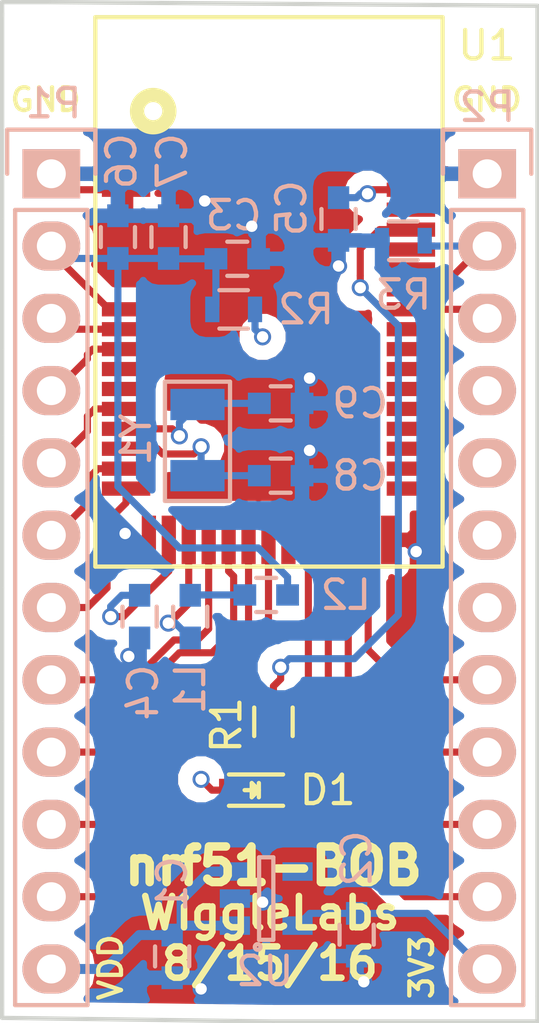
<source format=kicad_pcb>
(kicad_pcb (version 4) (host pcbnew 4.0.2-stable)

  (general
    (links 57)
    (no_connects 0)
    (area 25.197999 13.894999 44.144001 49.859001)
    (thickness 1.6)
    (drawings 21)
    (tracks 202)
    (zones 0)
    (modules 20)
    (nets 46)
  )

  (page A4)
  (layers
    (0 F.Cu signal)
    (1 In1.Cu signal)
    (2 In2.Cu signal)
    (31 B.Cu signal)
    (32 B.Adhes user)
    (33 F.Adhes user)
    (34 B.Paste user)
    (35 F.Paste user)
    (36 B.SilkS user)
    (37 F.SilkS user)
    (38 B.Mask user)
    (39 F.Mask user)
    (40 Dwgs.User user)
    (41 Cmts.User user)
    (42 Eco1.User user)
    (43 Eco2.User user)
    (44 Edge.Cuts user)
    (45 Margin user)
    (46 B.CrtYd user)
    (47 F.CrtYd user)
    (48 B.Fab user)
    (49 F.Fab user)
  )

  (setup
    (last_trace_width 0.25)
    (trace_clearance 0.2)
    (zone_clearance 0.508)
    (zone_45_only no)
    (trace_min 0.2)
    (segment_width 0.2)
    (edge_width 0.15)
    (via_size 0.6)
    (via_drill 0.4)
    (via_min_size 0.4)
    (via_min_drill 0.3)
    (uvia_size 0.3)
    (uvia_drill 0.1)
    (uvias_allowed no)
    (uvia_min_size 0.2)
    (uvia_min_drill 0.1)
    (pcb_text_width 0.3)
    (pcb_text_size 1.5 1.5)
    (mod_edge_width 0.15)
    (mod_text_size 1 1)
    (mod_text_width 0.15)
    (pad_size 1.524 1.524)
    (pad_drill 0.762)
    (pad_to_mask_clearance 0.2)
    (aux_axis_origin 0 0)
    (visible_elements 7FFFFF7F)
    (pcbplotparams
      (layerselection 0x010fc_80000007)
      (usegerberextensions false)
      (excludeedgelayer true)
      (linewidth 0.100000)
      (plotframeref false)
      (viasonmask false)
      (mode 1)
      (useauxorigin false)
      (hpglpennumber 1)
      (hpglpenspeed 20)
      (hpglpendiameter 15)
      (hpglpenoverlay 2)
      (psnegative false)
      (psa4output false)
      (plotreference true)
      (plotvalue true)
      (plotinvisibletext false)
      (padsonsilk false)
      (subtractmaskfromsilk false)
      (outputformat 1)
      (mirror false)
      (drillshape 0)
      (scaleselection 1)
      (outputdirectory ""))
  )

  (net 0 "")
  (net 1 VDD)
  (net 2 GND)
  (net 3 +3V3)
  (net 4 /AVDD)
  (net 5 "Net-(C5-Pad2)")
  (net 6 "Net-(C8-Pad2)")
  (net 7 "Net-(C9-Pad2)")
  (net 8 "Net-(D1-Pad1)")
  (net 9 "Net-(L1-Pad1)")
  (net 10 "Net-(L1-Pad2)")
  (net 11 /SWDCLK)
  (net 12 /SWDIO)
  (net 13 "Net-(P2-Pad4)")
  (net 14 "Net-(P2-Pad5)")
  (net 15 "Net-(P2-Pad6)")
  (net 16 "Net-(P2-Pad7)")
  (net 17 /P0_19)
  (net 18 /P0_20)
  (net 19 /P0_18)
  (net 20 /P0_17)
  (net 21 /P0_16)
  (net 22 /P0_15)
  (net 23 /P0_14)
  (net 24 /P0_13)
  (net 25 /P0_12)
  (net 26 /P0_11)
  (net 27 /P0_10)
  (net 28 /P0_09)
  (net 29 /P0_08)
  (net 30 /P0_07)
  (net 31 /P0_06)
  (net 32 /P0_05)
  (net 33 /P0_04)
  (net 34 /P0_03)
  (net 35 /P0_02)
  (net 36 /P0_01)
  (net 37 /P0_00)
  (net 38 /P0_30)
  (net 39 /P0_21)
  (net 40 /P0_22)
  (net 41 /P0_23)
  (net 42 /P0_24)
  (net 43 /P0_25)
  (net 44 /P0_28)
  (net 45 /P0_29)

  (net_class Default "This is the default net class."
    (clearance 0.2)
    (trace_width 0.25)
    (via_dia 0.6)
    (via_drill 0.4)
    (uvia_dia 0.3)
    (uvia_drill 0.1)
    (add_net +3V3)
    (add_net /AVDD)
    (add_net /P0_00)
    (add_net /P0_01)
    (add_net /P0_02)
    (add_net /P0_03)
    (add_net /P0_04)
    (add_net /P0_05)
    (add_net /P0_06)
    (add_net /P0_07)
    (add_net /P0_08)
    (add_net /P0_09)
    (add_net /P0_10)
    (add_net /P0_11)
    (add_net /P0_12)
    (add_net /P0_13)
    (add_net /P0_14)
    (add_net /P0_15)
    (add_net /P0_16)
    (add_net /P0_17)
    (add_net /P0_18)
    (add_net /P0_19)
    (add_net /P0_20)
    (add_net /P0_21)
    (add_net /P0_22)
    (add_net /P0_23)
    (add_net /P0_24)
    (add_net /P0_25)
    (add_net /P0_28)
    (add_net /P0_29)
    (add_net /P0_30)
    (add_net /SWDCLK)
    (add_net /SWDIO)
    (add_net GND)
    (add_net "Net-(C5-Pad2)")
    (add_net "Net-(C8-Pad2)")
    (add_net "Net-(C9-Pad2)")
    (add_net "Net-(D1-Pad1)")
    (add_net "Net-(L1-Pad1)")
    (add_net "Net-(L1-Pad2)")
    (add_net "Net-(P2-Pad4)")
    (add_net "Net-(P2-Pad5)")
    (add_net "Net-(P2-Pad6)")
    (add_net "Net-(P2-Pad7)")
  )

  (net_class vdd_pwr ""
    (clearance 0.2)
    (trace_width 0.35)
    (via_dia 0.6)
    (via_drill 0.4)
    (uvia_dia 0.3)
    (uvia_drill 0.1)
    (add_net VDD)
  )

  (module Capacitors_SMD:C_0603 (layer B.Cu) (tedit 57A9FA0A) (tstamp 57A9F9C2)
    (at 31.242 47.498 270)
    (descr "Capacitor SMD 0603, reflow soldering, AVX (see smccp.pdf)")
    (tags "capacitor 0603")
    (path /57A61236)
    (attr smd)
    (fp_text reference C1 (at -2.54 0 270) (layer B.SilkS)
      (effects (font (size 1 1) (thickness 0.15)) (justify mirror))
    )
    (fp_text value 1uF (at 0 -1.9 270) (layer B.Fab) hide
      (effects (font (size 1 1) (thickness 0.15)) (justify mirror))
    )
    (fp_line (start -1.45 0.75) (end 1.45 0.75) (layer B.CrtYd) (width 0.05))
    (fp_line (start -1.45 -0.75) (end 1.45 -0.75) (layer B.CrtYd) (width 0.05))
    (fp_line (start -1.45 0.75) (end -1.45 -0.75) (layer B.CrtYd) (width 0.05))
    (fp_line (start 1.45 0.75) (end 1.45 -0.75) (layer B.CrtYd) (width 0.05))
    (fp_line (start -0.35 0.6) (end 0.35 0.6) (layer B.SilkS) (width 0.15))
    (fp_line (start 0.35 -0.6) (end -0.35 -0.6) (layer B.SilkS) (width 0.15))
    (pad 1 smd rect (at -0.75 0 270) (size 0.8 0.75) (layers B.Cu B.Paste B.Mask)
      (net 1 VDD))
    (pad 2 smd rect (at 0.75 0 270) (size 0.8 0.75) (layers B.Cu B.Paste B.Mask)
      (net 2 GND))
    (model Capacitors_SMD.3dshapes/C_0603.wrl
      (at (xyz 0 0 0))
      (scale (xyz 1 1 1))
      (rotate (xyz 0 0 0))
    )
  )

  (module Capacitors_SMD:C_0603 (layer B.Cu) (tedit 57A9F9DD) (tstamp 57A9F9C8)
    (at 37.719 46.736 270)
    (descr "Capacitor SMD 0603, reflow soldering, AVX (see smccp.pdf)")
    (tags "capacitor 0603")
    (path /57A618EA)
    (attr smd)
    (fp_text reference C2 (at -2.679 0 270) (layer B.SilkS)
      (effects (font (size 1 1) (thickness 0.15)) (justify mirror))
    )
    (fp_text value 100nF (at 0 -1.9 270) (layer B.Fab) hide
      (effects (font (size 1 1) (thickness 0.15)) (justify mirror))
    )
    (fp_line (start -1.45 0.75) (end 1.45 0.75) (layer B.CrtYd) (width 0.05))
    (fp_line (start -1.45 -0.75) (end 1.45 -0.75) (layer B.CrtYd) (width 0.05))
    (fp_line (start -1.45 0.75) (end -1.45 -0.75) (layer B.CrtYd) (width 0.05))
    (fp_line (start 1.45 0.75) (end 1.45 -0.75) (layer B.CrtYd) (width 0.05))
    (fp_line (start -0.35 0.6) (end 0.35 0.6) (layer B.SilkS) (width 0.15))
    (fp_line (start 0.35 -0.6) (end -0.35 -0.6) (layer B.SilkS) (width 0.15))
    (pad 1 smd rect (at -0.75 0 270) (size 0.8 0.75) (layers B.Cu B.Paste B.Mask)
      (net 3 +3V3))
    (pad 2 smd rect (at 0.75 0 270) (size 0.8 0.75) (layers B.Cu B.Paste B.Mask)
      (net 2 GND))
    (model Capacitors_SMD.3dshapes/C_0603.wrl
      (at (xyz 0 0 0))
      (scale (xyz 1 1 1))
      (rotate (xyz 0 0 0))
    )
  )

  (module Capacitors_SMD:C_0603 (layer B.Cu) (tedit 57A9F9F6) (tstamp 57A9F9CE)
    (at 33.528 22.987)
    (descr "Capacitor SMD 0603, reflow soldering, AVX (see smccp.pdf)")
    (tags "capacitor 0603")
    (path /57A5B96C)
    (attr smd)
    (fp_text reference C3 (at -0.127 -1.524) (layer B.SilkS)
      (effects (font (size 1 1) (thickness 0.15)) (justify mirror))
    )
    (fp_text value 0.1uF (at 0 -1.9) (layer B.Fab) hide
      (effects (font (size 1 1) (thickness 0.15)) (justify mirror))
    )
    (fp_line (start -1.45 0.75) (end 1.45 0.75) (layer B.CrtYd) (width 0.05))
    (fp_line (start -1.45 -0.75) (end 1.45 -0.75) (layer B.CrtYd) (width 0.05))
    (fp_line (start -1.45 0.75) (end -1.45 -0.75) (layer B.CrtYd) (width 0.05))
    (fp_line (start 1.45 0.75) (end 1.45 -0.75) (layer B.CrtYd) (width 0.05))
    (fp_line (start -0.35 0.6) (end 0.35 0.6) (layer B.SilkS) (width 0.15))
    (fp_line (start 0.35 -0.6) (end -0.35 -0.6) (layer B.SilkS) (width 0.15))
    (pad 1 smd rect (at -0.75 0) (size 0.8 0.75) (layers B.Cu B.Paste B.Mask)
      (net 4 /AVDD))
    (pad 2 smd rect (at 0.75 0) (size 0.8 0.75) (layers B.Cu B.Paste B.Mask)
      (net 2 GND))
    (model Capacitors_SMD.3dshapes/C_0603.wrl
      (at (xyz 0 0 0))
      (scale (xyz 1 1 1))
      (rotate (xyz 0 0 0))
    )
  )

  (module Capacitors_SMD:C_0603 (layer B.Cu) (tedit 57A9F9F3) (tstamp 57A9F9D4)
    (at 30.099 35.56 270)
    (descr "Capacitor SMD 0603, reflow soldering, AVX (see smccp.pdf)")
    (tags "capacitor 0603")
    (path /57A5C46D)
    (attr smd)
    (fp_text reference C4 (at 2.667 -0.127 270) (layer B.SilkS)
      (effects (font (size 1 1) (thickness 0.15)) (justify mirror))
    )
    (fp_text value 1uF (at 0 -1.9 270) (layer B.Fab) hide
      (effects (font (size 1 1) (thickness 0.15)) (justify mirror))
    )
    (fp_line (start -1.45 0.75) (end 1.45 0.75) (layer B.CrtYd) (width 0.05))
    (fp_line (start -1.45 -0.75) (end 1.45 -0.75) (layer B.CrtYd) (width 0.05))
    (fp_line (start -1.45 0.75) (end -1.45 -0.75) (layer B.CrtYd) (width 0.05))
    (fp_line (start 1.45 0.75) (end 1.45 -0.75) (layer B.CrtYd) (width 0.05))
    (fp_line (start -0.35 0.6) (end 0.35 0.6) (layer B.SilkS) (width 0.15))
    (fp_line (start 0.35 -0.6) (end -0.35 -0.6) (layer B.SilkS) (width 0.15))
    (pad 1 smd rect (at -0.75 0 270) (size 0.8 0.75) (layers B.Cu B.Paste B.Mask)
      (net 3 +3V3))
    (pad 2 smd rect (at 0.75 0 270) (size 0.8 0.75) (layers B.Cu B.Paste B.Mask)
      (net 2 GND))
    (model Capacitors_SMD.3dshapes/C_0603.wrl
      (at (xyz 0 0 0))
      (scale (xyz 1 1 1))
      (rotate (xyz 0 0 0))
    )
  )

  (module Capacitors_SMD:C_0603 (layer B.Cu) (tedit 57A9F9EB) (tstamp 57A9F9DA)
    (at 37.084 21.59 90)
    (descr "Capacitor SMD 0603, reflow soldering, AVX (see smccp.pdf)")
    (tags "capacitor 0603")
    (path /57A5D6B3)
    (attr smd)
    (fp_text reference C5 (at 0.381 -1.651 90) (layer B.SilkS)
      (effects (font (size 1 1) (thickness 0.15)) (justify mirror))
    )
    (fp_text value 47nF (at 0 -1.9 90) (layer B.Fab) hide
      (effects (font (size 1 1) (thickness 0.15)) (justify mirror))
    )
    (fp_line (start -1.45 0.75) (end 1.45 0.75) (layer B.CrtYd) (width 0.05))
    (fp_line (start -1.45 -0.75) (end 1.45 -0.75) (layer B.CrtYd) (width 0.05))
    (fp_line (start -1.45 0.75) (end -1.45 -0.75) (layer B.CrtYd) (width 0.05))
    (fp_line (start 1.45 0.75) (end 1.45 -0.75) (layer B.CrtYd) (width 0.05))
    (fp_line (start -0.35 0.6) (end 0.35 0.6) (layer B.SilkS) (width 0.15))
    (fp_line (start 0.35 -0.6) (end -0.35 -0.6) (layer B.SilkS) (width 0.15))
    (pad 1 smd rect (at -0.75 0 90) (size 0.8 0.75) (layers B.Cu B.Paste B.Mask)
      (net 2 GND))
    (pad 2 smd rect (at 0.75 0 90) (size 0.8 0.75) (layers B.Cu B.Paste B.Mask)
      (net 5 "Net-(C5-Pad2)"))
    (model Capacitors_SMD.3dshapes/C_0603.wrl
      (at (xyz 0 0 0))
      (scale (xyz 1 1 1))
      (rotate (xyz 0 0 0))
    )
  )

  (module Capacitors_SMD:C_0603 (layer B.Cu) (tedit 57A9F9FD) (tstamp 57A9F9E0)
    (at 29.337 22.225 90)
    (descr "Capacitor SMD 0603, reflow soldering, AVX (see smccp.pdf)")
    (tags "capacitor 0603")
    (path /57A5C27F)
    (attr smd)
    (fp_text reference C6 (at 2.667 0.127 90) (layer B.SilkS)
      (effects (font (size 1 1) (thickness 0.15)) (justify mirror))
    )
    (fp_text value 1uF (at 0 -1.9 90) (layer B.Fab) hide
      (effects (font (size 1 1) (thickness 0.15)) (justify mirror))
    )
    (fp_line (start -1.45 0.75) (end 1.45 0.75) (layer B.CrtYd) (width 0.05))
    (fp_line (start -1.45 -0.75) (end 1.45 -0.75) (layer B.CrtYd) (width 0.05))
    (fp_line (start -1.45 0.75) (end -1.45 -0.75) (layer B.CrtYd) (width 0.05))
    (fp_line (start 1.45 0.75) (end 1.45 -0.75) (layer B.CrtYd) (width 0.05))
    (fp_line (start -0.35 0.6) (end 0.35 0.6) (layer B.SilkS) (width 0.15))
    (fp_line (start 0.35 -0.6) (end -0.35 -0.6) (layer B.SilkS) (width 0.15))
    (pad 1 smd rect (at -0.75 0 90) (size 0.8 0.75) (layers B.Cu B.Paste B.Mask)
      (net 4 /AVDD))
    (pad 2 smd rect (at 0.75 0 90) (size 0.8 0.75) (layers B.Cu B.Paste B.Mask)
      (net 2 GND))
    (model Capacitors_SMD.3dshapes/C_0603.wrl
      (at (xyz 0 0 0))
      (scale (xyz 1 1 1))
      (rotate (xyz 0 0 0))
    )
  )

  (module Capacitors_SMD:C_0603 (layer B.Cu) (tedit 57A9F9F9) (tstamp 57A9F9E6)
    (at 31.115 22.225 90)
    (descr "Capacitor SMD 0603, reflow soldering, AVX (see smccp.pdf)")
    (tags "capacitor 0603")
    (path /57A5C217)
    (attr smd)
    (fp_text reference C7 (at 2.667 0.127 90) (layer B.SilkS)
      (effects (font (size 1 1) (thickness 0.15)) (justify mirror))
    )
    (fp_text value 100pF (at 0 -1.9 90) (layer B.Fab) hide
      (effects (font (size 1 1) (thickness 0.15)) (justify mirror))
    )
    (fp_line (start -1.45 0.75) (end 1.45 0.75) (layer B.CrtYd) (width 0.05))
    (fp_line (start -1.45 -0.75) (end 1.45 -0.75) (layer B.CrtYd) (width 0.05))
    (fp_line (start -1.45 0.75) (end -1.45 -0.75) (layer B.CrtYd) (width 0.05))
    (fp_line (start 1.45 0.75) (end 1.45 -0.75) (layer B.CrtYd) (width 0.05))
    (fp_line (start -0.35 0.6) (end 0.35 0.6) (layer B.SilkS) (width 0.15))
    (fp_line (start 0.35 -0.6) (end -0.35 -0.6) (layer B.SilkS) (width 0.15))
    (pad 1 smd rect (at -0.75 0 90) (size 0.8 0.75) (layers B.Cu B.Paste B.Mask)
      (net 4 /AVDD))
    (pad 2 smd rect (at 0.75 0 90) (size 0.8 0.75) (layers B.Cu B.Paste B.Mask)
      (net 2 GND))
    (model Capacitors_SMD.3dshapes/C_0603.wrl
      (at (xyz 0 0 0))
      (scale (xyz 1 1 1))
      (rotate (xyz 0 0 0))
    )
  )

  (module Capacitors_SMD:C_0603 (layer B.Cu) (tedit 57A9F9DA) (tstamp 57A9F9EC)
    (at 35.052 30.607 180)
    (descr "Capacitor SMD 0603, reflow soldering, AVX (see smccp.pdf)")
    (tags "capacitor 0603")
    (path /57A5B1F5)
    (attr smd)
    (fp_text reference C8 (at -2.794 0 180) (layer B.SilkS)
      (effects (font (size 1 1) (thickness 0.15)) (justify mirror))
    )
    (fp_text value 18pF (at 0 -1.9 180) (layer B.Fab) hide
      (effects (font (size 1 1) (thickness 0.15)) (justify mirror))
    )
    (fp_line (start -1.45 0.75) (end 1.45 0.75) (layer B.CrtYd) (width 0.05))
    (fp_line (start -1.45 -0.75) (end 1.45 -0.75) (layer B.CrtYd) (width 0.05))
    (fp_line (start -1.45 0.75) (end -1.45 -0.75) (layer B.CrtYd) (width 0.05))
    (fp_line (start 1.45 0.75) (end 1.45 -0.75) (layer B.CrtYd) (width 0.05))
    (fp_line (start -0.35 0.6) (end 0.35 0.6) (layer B.SilkS) (width 0.15))
    (fp_line (start 0.35 -0.6) (end -0.35 -0.6) (layer B.SilkS) (width 0.15))
    (pad 1 smd rect (at -0.75 0 180) (size 0.8 0.75) (layers B.Cu B.Paste B.Mask)
      (net 2 GND))
    (pad 2 smd rect (at 0.75 0 180) (size 0.8 0.75) (layers B.Cu B.Paste B.Mask)
      (net 6 "Net-(C8-Pad2)"))
    (model Capacitors_SMD.3dshapes/C_0603.wrl
      (at (xyz 0 0 0))
      (scale (xyz 1 1 1))
      (rotate (xyz 0 0 0))
    )
  )

  (module Capacitors_SMD:C_0603 (layer B.Cu) (tedit 57A9FA18) (tstamp 57A9F9F2)
    (at 35.052 28.067 180)
    (descr "Capacitor SMD 0603, reflow soldering, AVX (see smccp.pdf)")
    (tags "capacitor 0603")
    (path /57A5B249)
    (attr smd)
    (fp_text reference C9 (at -2.794 0 180) (layer B.SilkS)
      (effects (font (size 1 1) (thickness 0.15)) (justify mirror))
    )
    (fp_text value 18pF (at 0 -1.9 180) (layer B.Fab) hide
      (effects (font (size 1 1) (thickness 0.15)) (justify mirror))
    )
    (fp_line (start -1.45 0.75) (end 1.45 0.75) (layer B.CrtYd) (width 0.05))
    (fp_line (start -1.45 -0.75) (end 1.45 -0.75) (layer B.CrtYd) (width 0.05))
    (fp_line (start -1.45 0.75) (end -1.45 -0.75) (layer B.CrtYd) (width 0.05))
    (fp_line (start 1.45 0.75) (end 1.45 -0.75) (layer B.CrtYd) (width 0.05))
    (fp_line (start -0.35 0.6) (end 0.35 0.6) (layer B.SilkS) (width 0.15))
    (fp_line (start 0.35 -0.6) (end -0.35 -0.6) (layer B.SilkS) (width 0.15))
    (pad 1 smd rect (at -0.75 0 180) (size 0.8 0.75) (layers B.Cu B.Paste B.Mask)
      (net 2 GND))
    (pad 2 smd rect (at 0.75 0 180) (size 0.8 0.75) (layers B.Cu B.Paste B.Mask)
      (net 7 "Net-(C9-Pad2)"))
    (model Capacitors_SMD.3dshapes/C_0603.wrl
      (at (xyz 0 0 0))
      (scale (xyz 1 1 1))
      (rotate (xyz 0 0 0))
    )
  )

  (module LEDs:LED_0603 (layer F.Cu) (tedit 57A9FA0D) (tstamp 57A9F9F8)
    (at 34.036 41.656 180)
    (descr "LED 0603 smd package")
    (tags "LED led 0603 SMD smd SMT smt smdled SMDLED smtled SMTLED")
    (path /57A675AE)
    (attr smd)
    (fp_text reference D1 (at -2.667 0 180) (layer F.SilkS)
      (effects (font (size 1 1) (thickness 0.15)))
    )
    (fp_text value LED (at 0 1.5 180) (layer F.Fab) hide
      (effects (font (size 1 1) (thickness 0.15)))
    )
    (fp_line (start -1.1 0.55) (end 0.8 0.55) (layer F.SilkS) (width 0.15))
    (fp_line (start -1.1 -0.55) (end 0.8 -0.55) (layer F.SilkS) (width 0.15))
    (fp_line (start -0.2 0) (end 0.25 0) (layer F.SilkS) (width 0.15))
    (fp_line (start -0.25 -0.25) (end -0.25 0.25) (layer F.SilkS) (width 0.15))
    (fp_line (start -0.25 0) (end 0 -0.25) (layer F.SilkS) (width 0.15))
    (fp_line (start 0 -0.25) (end 0 0.25) (layer F.SilkS) (width 0.15))
    (fp_line (start 0 0.25) (end -0.25 0) (layer F.SilkS) (width 0.15))
    (fp_line (start 1.4 -0.75) (end 1.4 0.75) (layer F.CrtYd) (width 0.05))
    (fp_line (start 1.4 0.75) (end -1.4 0.75) (layer F.CrtYd) (width 0.05))
    (fp_line (start -1.4 0.75) (end -1.4 -0.75) (layer F.CrtYd) (width 0.05))
    (fp_line (start -1.4 -0.75) (end 1.4 -0.75) (layer F.CrtYd) (width 0.05))
    (pad 2 smd rect (at 0.7493 0) (size 0.79756 0.79756) (layers F.Cu F.Paste F.Mask)
      (net 3 +3V3))
    (pad 1 smd rect (at -0.7493 0) (size 0.79756 0.79756) (layers F.Cu F.Paste F.Mask)
      (net 8 "Net-(D1-Pad1)"))
    (model LEDs.3dshapes/LED_0603.wrl
      (at (xyz 0 0 0))
      (scale (xyz 1 1 1))
      (rotate (xyz 0 0 180))
    )
  )

  (module Capacitors_SMD:C_0603 (layer B.Cu) (tedit 57A9FA12) (tstamp 57A9F9FE)
    (at 31.877 35.56 90)
    (descr "Capacitor SMD 0603, reflow soldering, AVX (see smccp.pdf)")
    (tags "capacitor 0603")
    (path /57A5BE63)
    (attr smd)
    (fp_text reference L1 (at -2.54 0 90) (layer B.SilkS)
      (effects (font (size 1 1) (thickness 0.15)) (justify mirror))
    )
    (fp_text value 10uH (at 0 -1.9 90) (layer B.Fab) hide
      (effects (font (size 1 1) (thickness 0.15)) (justify mirror))
    )
    (fp_line (start -1.45 0.75) (end 1.45 0.75) (layer B.CrtYd) (width 0.05))
    (fp_line (start -1.45 -0.75) (end 1.45 -0.75) (layer B.CrtYd) (width 0.05))
    (fp_line (start -1.45 0.75) (end -1.45 -0.75) (layer B.CrtYd) (width 0.05))
    (fp_line (start 1.45 0.75) (end 1.45 -0.75) (layer B.CrtYd) (width 0.05))
    (fp_line (start -0.35 0.6) (end 0.35 0.6) (layer B.SilkS) (width 0.15))
    (fp_line (start 0.35 -0.6) (end -0.35 -0.6) (layer B.SilkS) (width 0.15))
    (pad 1 smd rect (at -0.75 0 90) (size 0.8 0.75) (layers B.Cu B.Paste B.Mask)
      (net 9 "Net-(L1-Pad1)"))
    (pad 2 smd rect (at 0.75 0 90) (size 0.8 0.75) (layers B.Cu B.Paste B.Mask)
      (net 10 "Net-(L1-Pad2)"))
    (model Capacitors_SMD.3dshapes/C_0603.wrl
      (at (xyz 0 0 0))
      (scale (xyz 1 1 1))
      (rotate (xyz 0 0 0))
    )
  )

  (module Capacitors_SMD:C_0603 (layer B.Cu) (tedit 57A9F9D5) (tstamp 57A9FA04)
    (at 34.544 34.798 180)
    (descr "Capacitor SMD 0603, reflow soldering, AVX (see smccp.pdf)")
    (tags "capacitor 0603")
    (path /57A5C02F)
    (attr smd)
    (fp_text reference L2 (at -2.794 0 180) (layer B.SilkS)
      (effects (font (size 1 1) (thickness 0.15)) (justify mirror))
    )
    (fp_text value 15nH (at 0 -1.9 180) (layer B.Fab) hide
      (effects (font (size 1 1) (thickness 0.15)) (justify mirror))
    )
    (fp_line (start -1.45 0.75) (end 1.45 0.75) (layer B.CrtYd) (width 0.05))
    (fp_line (start -1.45 -0.75) (end 1.45 -0.75) (layer B.CrtYd) (width 0.05))
    (fp_line (start -1.45 0.75) (end -1.45 -0.75) (layer B.CrtYd) (width 0.05))
    (fp_line (start 1.45 0.75) (end 1.45 -0.75) (layer B.CrtYd) (width 0.05))
    (fp_line (start -0.35 0.6) (end 0.35 0.6) (layer B.SilkS) (width 0.15))
    (fp_line (start 0.35 -0.6) (end -0.35 -0.6) (layer B.SilkS) (width 0.15))
    (pad 1 smd rect (at -0.75 0 180) (size 0.8 0.75) (layers B.Cu B.Paste B.Mask)
      (net 4 /AVDD))
    (pad 2 smd rect (at 0.75 0 180) (size 0.8 0.75) (layers B.Cu B.Paste B.Mask)
      (net 10 "Net-(L1-Pad2)"))
    (model Capacitors_SMD.3dshapes/C_0603.wrl
      (at (xyz 0 0 0))
      (scale (xyz 1 1 1))
      (rotate (xyz 0 0 0))
    )
  )

  (module Pin_Headers:Pin_Header_Straight_1x12 (layer B.Cu) (tedit 57A9FA00) (tstamp 57A9FA14)
    (at 27 20 180)
    (descr "Through hole pin header")
    (tags "pin header")
    (path /57A53D62)
    (fp_text reference P1 (at -0.076 2.474 180) (layer B.SilkS)
      (effects (font (size 1 1) (thickness 0.15)) (justify mirror))
    )
    (fp_text value CONN_01X12 (at 0 3.1 180) (layer B.Fab) hide
      (effects (font (size 1 1) (thickness 0.15)) (justify mirror))
    )
    (fp_line (start -1.75 1.75) (end -1.75 -29.7) (layer B.CrtYd) (width 0.05))
    (fp_line (start 1.75 1.75) (end 1.75 -29.7) (layer B.CrtYd) (width 0.05))
    (fp_line (start -1.75 1.75) (end 1.75 1.75) (layer B.CrtYd) (width 0.05))
    (fp_line (start -1.75 -29.7) (end 1.75 -29.7) (layer B.CrtYd) (width 0.05))
    (fp_line (start 1.27 -1.27) (end 1.27 -29.21) (layer B.SilkS) (width 0.15))
    (fp_line (start 1.27 -29.21) (end -1.27 -29.21) (layer B.SilkS) (width 0.15))
    (fp_line (start -1.27 -29.21) (end -1.27 -1.27) (layer B.SilkS) (width 0.15))
    (fp_line (start 1.55 1.55) (end 1.55 0) (layer B.SilkS) (width 0.15))
    (fp_line (start 1.27 -1.27) (end -1.27 -1.27) (layer B.SilkS) (width 0.15))
    (fp_line (start -1.55 0) (end -1.55 1.55) (layer B.SilkS) (width 0.15))
    (fp_line (start -1.55 1.55) (end 1.55 1.55) (layer B.SilkS) (width 0.15))
    (pad 1 thru_hole rect (at 0 0 180) (size 2.032 1.7272) (drill 1.016) (layers *.Cu *.Mask B.SilkS)
      (net 2 GND))
    (pad 2 thru_hole oval (at 0 -2.54 180) (size 2.032 1.7272) (drill 1.016) (layers *.Cu *.Mask B.SilkS)
      (net 4 /AVDD))
    (pad 3 thru_hole oval (at 0 -5.08 180) (size 2.032 1.7272) (drill 1.016) (layers *.Cu *.Mask B.SilkS)
      (net 39 /P0_21))
    (pad 4 thru_hole oval (at 0 -7.62 180) (size 2.032 1.7272) (drill 1.016) (layers *.Cu *.Mask B.SilkS)
      (net 40 /P0_22))
    (pad 5 thru_hole oval (at 0 -10.16 180) (size 2.032 1.7272) (drill 1.016) (layers *.Cu *.Mask B.SilkS)
      (net 43 /P0_25))
    (pad 6 thru_hole oval (at 0 -12.7 180) (size 2.032 1.7272) (drill 1.016) (layers *.Cu *.Mask B.SilkS)
      (net 44 /P0_28))
    (pad 7 thru_hole oval (at 0 -15.24 180) (size 2.032 1.7272) (drill 1.016) (layers *.Cu *.Mask B.SilkS)
      (net 45 /P0_29))
    (pad 8 thru_hole oval (at 0 -17.78 180) (size 2.032 1.7272) (drill 1.016) (layers *.Cu *.Mask B.SilkS)
      (net 38 /P0_30))
    (pad 9 thru_hole oval (at 0 -20.32 180) (size 2.032 1.7272) (drill 1.016) (layers *.Cu *.Mask B.SilkS)
      (net 37 /P0_00))
    (pad 10 thru_hole oval (at 0 -22.86 180) (size 2.032 1.7272) (drill 1.016) (layers *.Cu *.Mask B.SilkS)
      (net 36 /P0_01))
    (pad 11 thru_hole oval (at 0 -25.4 180) (size 2.032 1.7272) (drill 1.016) (layers *.Cu *.Mask B.SilkS)
      (net 35 /P0_02))
    (pad 12 thru_hole oval (at 0 -27.94 180) (size 2.032 1.7272) (drill 1.016) (layers *.Cu *.Mask B.SilkS)
      (net 1 VDD))
    (model Pin_Headers.3dshapes/Pin_Header_Straight_1x12.wrl
      (at (xyz 0 -0.55 0))
      (scale (xyz 1 1 1))
      (rotate (xyz 0 0 90))
    )
  )

  (module Pin_Headers:Pin_Header_Straight_1x12 (layer B.Cu) (tedit 57A9FA07) (tstamp 57A9FA24)
    (at 42.3 20 180)
    (descr "Through hole pin header")
    (tags "pin header")
    (path /57A59B25)
    (fp_text reference P2 (at -0.009 2.347 180) (layer B.SilkS)
      (effects (font (size 1 1) (thickness 0.15)) (justify mirror))
    )
    (fp_text value CONN_01X12 (at 0 3.1 180) (layer B.Fab) hide
      (effects (font (size 1 1) (thickness 0.15)) (justify mirror))
    )
    (fp_line (start -1.75 1.75) (end -1.75 -29.7) (layer B.CrtYd) (width 0.05))
    (fp_line (start 1.75 1.75) (end 1.75 -29.7) (layer B.CrtYd) (width 0.05))
    (fp_line (start -1.75 1.75) (end 1.75 1.75) (layer B.CrtYd) (width 0.05))
    (fp_line (start -1.75 -29.7) (end 1.75 -29.7) (layer B.CrtYd) (width 0.05))
    (fp_line (start 1.27 -1.27) (end 1.27 -29.21) (layer B.SilkS) (width 0.15))
    (fp_line (start 1.27 -29.21) (end -1.27 -29.21) (layer B.SilkS) (width 0.15))
    (fp_line (start -1.27 -29.21) (end -1.27 -1.27) (layer B.SilkS) (width 0.15))
    (fp_line (start 1.55 1.55) (end 1.55 0) (layer B.SilkS) (width 0.15))
    (fp_line (start 1.27 -1.27) (end -1.27 -1.27) (layer B.SilkS) (width 0.15))
    (fp_line (start -1.55 0) (end -1.55 1.55) (layer B.SilkS) (width 0.15))
    (fp_line (start -1.55 1.55) (end 1.55 1.55) (layer B.SilkS) (width 0.15))
    (pad 1 thru_hole rect (at 0 0 180) (size 2.032 1.7272) (drill 1.016) (layers *.Cu *.Mask B.SilkS)
      (net 2 GND))
    (pad 2 thru_hole oval (at 0 -2.54 180) (size 2.032 1.7272) (drill 1.016) (layers *.Cu *.Mask B.SilkS)
      (net 11 /SWDCLK))
    (pad 3 thru_hole oval (at 0 -5.08 180) (size 2.032 1.7272) (drill 1.016) (layers *.Cu *.Mask B.SilkS)
      (net 12 /SWDIO))
    (pad 4 thru_hole oval (at 0 -7.62 180) (size 2.032 1.7272) (drill 1.016) (layers *.Cu *.Mask B.SilkS)
      (net 13 "Net-(P2-Pad4)"))
    (pad 5 thru_hole oval (at 0 -10.16 180) (size 2.032 1.7272) (drill 1.016) (layers *.Cu *.Mask B.SilkS)
      (net 14 "Net-(P2-Pad5)"))
    (pad 6 thru_hole oval (at 0 -12.7 180) (size 2.032 1.7272) (drill 1.016) (layers *.Cu *.Mask B.SilkS)
      (net 15 "Net-(P2-Pad6)"))
    (pad 7 thru_hole oval (at 0 -15.24 180) (size 2.032 1.7272) (drill 1.016) (layers *.Cu *.Mask B.SilkS)
      (net 16 "Net-(P2-Pad7)"))
    (pad 8 thru_hole oval (at 0 -17.78 180) (size 2.032 1.7272) (drill 1.016) (layers *.Cu *.Mask B.SilkS)
      (net 30 /P0_07))
    (pad 9 thru_hole oval (at 0 -20.32 180) (size 2.032 1.7272) (drill 1.016) (layers *.Cu *.Mask B.SilkS)
      (net 31 /P0_06))
    (pad 10 thru_hole oval (at 0 -22.86 180) (size 2.032 1.7272) (drill 1.016) (layers *.Cu *.Mask B.SilkS)
      (net 32 /P0_05))
    (pad 11 thru_hole oval (at 0 -25.4 180) (size 2.032 1.7272) (drill 1.016) (layers *.Cu *.Mask B.SilkS)
      (net 33 /P0_04))
    (pad 12 thru_hole oval (at 0 -27.94 180) (size 2.032 1.7272) (drill 1.016) (layers *.Cu *.Mask B.SilkS)
      (net 3 +3V3))
    (model Pin_Headers.3dshapes/Pin_Header_Straight_1x12.wrl
      (at (xyz 0 -0.55 0))
      (scale (xyz 1 1 1))
      (rotate (xyz 0 0 90))
    )
  )

  (module Resistors_SMD:R_0603 (layer F.Cu) (tedit 57A9F9F0) (tstamp 57A9FA2A)
    (at 34.798 39.255 270)
    (descr "Resistor SMD 0603, reflow soldering, Vishay (see dcrcw.pdf)")
    (tags "resistor 0603")
    (path /57A67531)
    (attr smd)
    (fp_text reference R1 (at 0.115 1.651 270) (layer F.SilkS)
      (effects (font (size 1 1) (thickness 0.15)))
    )
    (fp_text value 4.7k (at 0 1.9 270) (layer F.Fab) hide
      (effects (font (size 1 1) (thickness 0.15)))
    )
    (fp_line (start -1.3 -0.8) (end 1.3 -0.8) (layer F.CrtYd) (width 0.05))
    (fp_line (start -1.3 0.8) (end 1.3 0.8) (layer F.CrtYd) (width 0.05))
    (fp_line (start -1.3 -0.8) (end -1.3 0.8) (layer F.CrtYd) (width 0.05))
    (fp_line (start 1.3 -0.8) (end 1.3 0.8) (layer F.CrtYd) (width 0.05))
    (fp_line (start 0.5 0.675) (end -0.5 0.675) (layer F.SilkS) (width 0.15))
    (fp_line (start -0.5 -0.675) (end 0.5 -0.675) (layer F.SilkS) (width 0.15))
    (pad 1 smd rect (at -0.75 0 270) (size 0.5 0.9) (layers F.Cu F.Paste F.Mask)
      (net 17 /P0_19))
    (pad 2 smd rect (at 0.75 0 270) (size 0.5 0.9) (layers F.Cu F.Paste F.Mask)
      (net 8 "Net-(D1-Pad1)"))
    (model Resistors_SMD.3dshapes/R_0603.wrl
      (at (xyz 0 0 0))
      (scale (xyz 1 1 1))
      (rotate (xyz 0 0 0))
    )
  )

  (module Resistors_SMD:R_0603 (layer B.Cu) (tedit 57A9F9E8) (tstamp 57A9FA30)
    (at 33.401 24.765 180)
    (descr "Resistor SMD 0603, reflow soldering, Vishay (see dcrcw.pdf)")
    (tags "resistor 0603")
    (path /57A5E550)
    (attr smd)
    (fp_text reference R2 (at -2.54 0 180) (layer B.SilkS)
      (effects (font (size 1 1) (thickness 0.15)) (justify mirror))
    )
    (fp_text value 0R_NM (at 0 -1.9 180) (layer B.Fab) hide
      (effects (font (size 1 1) (thickness 0.15)) (justify mirror))
    )
    (fp_line (start -1.3 0.8) (end 1.3 0.8) (layer B.CrtYd) (width 0.05))
    (fp_line (start -1.3 -0.8) (end 1.3 -0.8) (layer B.CrtYd) (width 0.05))
    (fp_line (start -1.3 0.8) (end -1.3 -0.8) (layer B.CrtYd) (width 0.05))
    (fp_line (start 1.3 0.8) (end 1.3 -0.8) (layer B.CrtYd) (width 0.05))
    (fp_line (start 0.5 -0.675) (end -0.5 -0.675) (layer B.SilkS) (width 0.15))
    (fp_line (start -0.5 0.675) (end 0.5 0.675) (layer B.SilkS) (width 0.15))
    (pad 1 smd rect (at -0.75 0 180) (size 0.5 0.9) (layers B.Cu B.Paste B.Mask)
      (net 3 +3V3))
    (pad 2 smd rect (at 0.75 0 180) (size 0.5 0.9) (layers B.Cu B.Paste B.Mask)
      (net 4 /AVDD))
    (model Resistors_SMD.3dshapes/R_0603.wrl
      (at (xyz 0 0 0))
      (scale (xyz 1 1 1))
      (rotate (xyz 0 0 0))
    )
  )

  (module Resistors_SMD:R_0603 (layer B.Cu) (tedit 57A9F9EE) (tstamp 57A9FA36)
    (at 39.358 22.352)
    (descr "Resistor SMD 0603, reflow soldering, Vishay (see dcrcw.pdf)")
    (tags "resistor 0603")
    (path /57A5E299)
    (attr smd)
    (fp_text reference R3 (at 0 1.9) (layer B.SilkS)
      (effects (font (size 1 1) (thickness 0.15)) (justify mirror))
    )
    (fp_text value 12k (at 0 -1.9) (layer B.Fab) hide
      (effects (font (size 1 1) (thickness 0.15)) (justify mirror))
    )
    (fp_line (start -1.3 0.8) (end 1.3 0.8) (layer B.CrtYd) (width 0.05))
    (fp_line (start -1.3 -0.8) (end 1.3 -0.8) (layer B.CrtYd) (width 0.05))
    (fp_line (start -1.3 0.8) (end -1.3 -0.8) (layer B.CrtYd) (width 0.05))
    (fp_line (start 1.3 0.8) (end 1.3 -0.8) (layer B.CrtYd) (width 0.05))
    (fp_line (start 0.5 -0.675) (end -0.5 -0.675) (layer B.SilkS) (width 0.15))
    (fp_line (start -0.5 0.675) (end 0.5 0.675) (layer B.SilkS) (width 0.15))
    (pad 1 smd rect (at -0.75 0) (size 0.5 0.9) (layers B.Cu B.Paste B.Mask)
      (net 2 GND))
    (pad 2 smd rect (at 0.75 0) (size 0.5 0.9) (layers B.Cu B.Paste B.Mask)
      (net 11 /SWDCLK))
    (model Resistors_SMD.3dshapes/R_0603.wrl
      (at (xyz 0 0 0))
      (scale (xyz 1 1 1))
      (rotate (xyz 0 0 0))
    )
  )

  (module raytac:MDBT40 (layer F.Cu) (tedit 57A9FA04) (tstamp 57A9FA64)
    (at 34.8945 28.7218)
    (path /57A5AA61)
    (fp_text reference U1 (at 7.3965 -13.2278) (layer F.SilkS)
      (effects (font (size 1 1) (thickness 0.15)))
    )
    (fp_text value MDBT40 (at 0.508 -15.24) (layer F.Fab) hide
      (effects (font (size 1 1) (thickness 0.15)))
    )
    (fp_circle (center -4.318 -10.922) (end -4.826 -11.176) (layer F.SilkS) (width 0.5))
    (fp_line (start -6.35 -9.652) (end -6.35 5.08) (layer F.SilkS) (width 0.15))
    (fp_line (start -6.35 5.08) (end 5.842 5.08) (layer F.SilkS) (width 0.15))
    (fp_line (start 5.842 5.08) (end 5.842 -14.224) (layer F.SilkS) (width 0.15))
    (fp_line (start 5.842 -14.224) (end -6.35 -14.224) (layer F.SilkS) (width 0.15))
    (fp_line (start -6.35 -14.224) (end -6.35 -9.652) (layer F.SilkS) (width 0.15))
    (pad 42 smd rect (at 4.7295 -8.8598) (size 1.7 0.5) (layers F.Cu F.Paste F.Mask)
      (net 2 GND))
    (pad 41 smd rect (at 4.7295 -8.1598) (size 1.7 0.5) (layers F.Cu F.Paste F.Mask)
      (net 5 "Net-(C5-Pad2)"))
    (pad 40 smd rect (at 4.7295 -7.4598) (size 1.7 0.5) (layers F.Cu F.Paste F.Mask)
      (net 18 /P0_20))
    (pad 39 smd rect (at 4.7295 -6.7598) (size 1.7 0.5) (layers F.Cu F.Paste F.Mask)
      (net 17 /P0_19))
    (pad 38 smd rect (at 4.7295 -6.0598) (size 1.7 0.5) (layers F.Cu F.Paste F.Mask)
      (net 19 /P0_18))
    (pad 37 smd rect (at 4.7295 -5.3598) (size 1.7 0.5) (layers F.Cu F.Paste F.Mask)
      (net 20 /P0_17))
    (pad 36 smd rect (at 4.7295 -4.6598) (size 1.7 0.5) (layers F.Cu F.Paste F.Mask)
      (net 11 /SWDCLK))
    (pad 35 smd rect (at 4.7295 -3.9598) (size 1.7 0.5) (layers F.Cu F.Paste F.Mask)
      (net 12 /SWDIO))
    (pad 34 smd rect (at 4.7295 -3.2598) (size 1.7 0.5) (layers F.Cu F.Paste F.Mask)
      (net 21 /P0_16))
    (pad 33 smd rect (at 4.7295 -2.5598) (size 1.7 0.5) (layers F.Cu F.Paste F.Mask)
      (net 22 /P0_15))
    (pad 32 smd rect (at 4.7295 -1.8598) (size 1.7 0.5) (layers F.Cu F.Paste F.Mask)
      (net 23 /P0_14))
    (pad 31 smd rect (at 4.7295 -1.1598) (size 1.7 0.5) (layers F.Cu F.Paste F.Mask)
      (net 24 /P0_13))
    (pad 30 smd rect (at 4.7295 -0.4598) (size 1.7 0.5) (layers F.Cu F.Paste F.Mask)
      (net 25 /P0_12))
    (pad 29 smd rect (at 4.7295 0.2402) (size 1.7 0.5) (layers F.Cu F.Paste F.Mask)
      (net 26 /P0_11))
    (pad 28 smd rect (at 4.7295 0.9402) (size 1.7 0.5) (layers F.Cu F.Paste F.Mask)
      (net 27 /P0_10))
    (pad 27 smd rect (at 4.7295 1.6402) (size 1.7 0.5) (layers F.Cu F.Paste F.Mask)
      (net 28 /P0_09))
    (pad 26 smd rect (at 4.7295 2.3402) (size 1.7 0.5) (layers F.Cu F.Paste F.Mask)
      (net 29 /P0_08))
    (pad 24 smd rect (at 3.2295 4.1402) (size 0.5 1.7) (layers F.Cu F.Paste F.Mask)
      (net 30 /P0_07))
    (pad 23 smd rect (at 2.5295 4.1402) (size 0.5 1.7) (layers F.Cu F.Paste F.Mask)
      (net 31 /P0_06))
    (pad 22 smd rect (at 1.8295 4.1402) (size 0.5 1.7) (layers F.Cu F.Paste F.Mask)
      (net 32 /P0_05))
    (pad 21 smd rect (at 1.1295 4.1402) (size 0.5 1.7) (layers F.Cu F.Paste F.Mask)
      (net 33 /P0_04))
    (pad 20 smd rect (at 0.4295 4.1402) (size 0.5 1.7) (layers F.Cu F.Paste F.Mask)
      (net 34 /P0_03))
    (pad 19 smd rect (at -0.2705 4.1402) (size 0.5 1.7) (layers F.Cu F.Paste F.Mask)
      (net 35 /P0_02))
    (pad 18 smd rect (at -0.9705 4.1402) (size 0.5 1.7) (layers F.Cu F.Paste F.Mask)
      (net 36 /P0_01))
    (pad 25 smd rect (at 3.9295 4.1402) (size 0.5 1.7) (layers F.Cu F.Paste F.Mask)
      (net 2 GND))
    (pad 17 smd rect (at -1.6705 4.1402) (size 0.5 1.7) (layers F.Cu F.Paste F.Mask)
      (net 37 /P0_00))
    (pad 16 smd rect (at -2.3705 4.1402) (size 0.5 1.7) (layers F.Cu F.Paste F.Mask)
      (net 38 /P0_30))
    (pad 15 smd rect (at -3.0705 4.1402) (size 0.5 1.7) (layers F.Cu F.Paste F.Mask)
      (net 9 "Net-(L1-Pad1)"))
    (pad 14 smd rect (at -3.7705 4.1402) (size 0.5 1.7) (layers F.Cu F.Paste F.Mask)
      (net 3 +3V3))
    (pad 13 smd rect (at -4.4705 4.1402) (size 0.5 1.7) (layers F.Cu F.Paste F.Mask)
      (net 2 GND))
    (pad 1 smd rect (at -5.2705 -8.8598) (size 1.7 0.5) (layers F.Cu F.Paste F.Mask)
      (net 2 GND))
    (pad 2 smd rect (at -5.2705 -8.1598) (size 1.7 0.5) (layers F.Cu F.Paste F.Mask)
      (net 2 GND))
    (pad 3 smd rect (at -5.2705 -3.9598) (size 1.7 0.5) (layers F.Cu F.Paste F.Mask)
      (net 4 /AVDD))
    (pad 4 smd rect (at -5.2705 -3.2598) (size 1.7 0.5) (layers F.Cu F.Paste F.Mask)
      (net 39 /P0_21))
    (pad 5 smd rect (at -5.2705 -2.5598) (size 1.7 0.5) (layers F.Cu F.Paste F.Mask)
      (net 40 /P0_22))
    (pad 6 smd rect (at -5.2705 -1.8598) (size 1.7 0.5) (layers F.Cu F.Paste F.Mask)
      (net 41 /P0_23))
    (pad 7 smd rect (at -5.2705 -1.1598) (size 1.7 0.5) (layers F.Cu F.Paste F.Mask)
      (net 42 /P0_24))
    (pad 8 smd rect (at -5.2705 -0.4598) (size 1.7 0.5) (layers F.Cu F.Paste F.Mask)
      (net 43 /P0_25))
    (pad 9 smd rect (at -5.2705 0.2402) (size 1.7 0.5) (layers F.Cu F.Paste F.Mask)
      (net 7 "Net-(C9-Pad2)"))
    (pad 10 smd rect (at -5.2705 0.9402) (size 1.7 0.5) (layers F.Cu F.Paste F.Mask)
      (net 6 "Net-(C8-Pad2)"))
    (pad 11 smd rect (at -5.2705 1.6402) (size 1.7 0.5) (layers F.Cu F.Paste F.Mask)
      (net 44 /P0_28))
    (pad 12 smd rect (at -5.2705 2.3402) (size 1.7 0.5) (layers F.Cu F.Paste F.Mask)
      (net 45 /P0_29))
  )

  (module TO_SOT_Packages_SMD:SOT-23-5 (layer B.Cu) (tedit 57A9F9D7) (tstamp 57A9FA6D)
    (at 34.544 45.466)
    (descr "5-pin SOT23 package")
    (tags SOT-23-5)
    (path /57A60D10)
    (attr smd)
    (fp_text reference U2 (at -0.05 2.55) (layer B.SilkS)
      (effects (font (size 1 1) (thickness 0.15)) (justify mirror))
    )
    (fp_text value TLV70033DDC (at -0.05 -2.35) (layer B.Fab) hide
      (effects (font (size 1 1) (thickness 0.15)) (justify mirror))
    )
    (fp_line (start -1.8 1.6) (end 1.8 1.6) (layer B.CrtYd) (width 0.05))
    (fp_line (start 1.8 1.6) (end 1.8 -1.6) (layer B.CrtYd) (width 0.05))
    (fp_line (start 1.8 -1.6) (end -1.8 -1.6) (layer B.CrtYd) (width 0.05))
    (fp_line (start -1.8 -1.6) (end -1.8 1.6) (layer B.CrtYd) (width 0.05))
    (fp_circle (center -0.3 1.7) (end -0.2 1.7) (layer B.SilkS) (width 0.15))
    (fp_line (start 0.25 1.45) (end -0.25 1.45) (layer B.SilkS) (width 0.15))
    (fp_line (start 0.25 -1.45) (end 0.25 1.45) (layer B.SilkS) (width 0.15))
    (fp_line (start -0.25 -1.45) (end 0.25 -1.45) (layer B.SilkS) (width 0.15))
    (fp_line (start -0.25 1.45) (end -0.25 -1.45) (layer B.SilkS) (width 0.15))
    (pad 1 smd rect (at -1.1 0.95) (size 1.06 0.65) (layers B.Cu B.Paste B.Mask)
      (net 1 VDD))
    (pad 2 smd rect (at -1.1 0) (size 1.06 0.65) (layers B.Cu B.Paste B.Mask)
      (net 2 GND))
    (pad 3 smd rect (at -1.1 -0.95) (size 1.06 0.65) (layers B.Cu B.Paste B.Mask)
      (net 1 VDD))
    (pad 4 smd rect (at 1.1 -0.95) (size 1.06 0.65) (layers B.Cu B.Paste B.Mask))
    (pad 5 smd rect (at 1.1 0.95) (size 1.06 0.65) (layers B.Cu B.Paste B.Mask)
      (net 3 +3V3))
    (model TO_SOT_Packages_SMD.3dshapes/SOT-23-5.wrl
      (at (xyz 0 0 0))
      (scale (xyz 1 1 1))
      (rotate (xyz 0 0 0))
    )
  )

  (module watch_crystals:ABS07-LR-32.768kHz-6-1-T (layer B.Cu) (tedit 57A9FA15) (tstamp 57A9FA73)
    (at 32.131 30.607 90)
    (path /57A5B0FF)
    (fp_text reference Y1 (at 1.27 -2.159 90) (layer B.SilkS)
      (effects (font (size 1 1) (thickness 0.15)) (justify mirror))
    )
    (fp_text value 32.768kHz (at 2.286 2.286 90) (layer B.Fab) hide
      (effects (font (size 1 1) (thickness 0.15)) (justify mirror))
    )
    (fp_line (start -0.762 1.143) (end 3.302 1.143) (layer B.SilkS) (width 0.15))
    (fp_line (start 3.302 1.143) (end 3.302 -1.143) (layer B.SilkS) (width 0.15))
    (fp_line (start 3.302 -1.143) (end -0.889 -1.143) (layer B.SilkS) (width 0.15))
    (fp_line (start -0.889 -1.143) (end -0.889 1.143) (layer B.SilkS) (width 0.15))
    (fp_line (start -0.889 1.143) (end -0.762 1.143) (layer B.SilkS) (width 0.15))
    (pad 2 smd rect (at 2.5 0 90) (size 1.1 1.9) (layers B.Cu B.Paste B.Mask)
      (net 7 "Net-(C9-Pad2)"))
    (pad 1 smd rect (at 0 0 90) (size 1.1 1.9) (layers B.Cu B.Paste B.Mask)
      (net 6 "Net-(C8-Pad2)"))
  )

  (gr_text VDD (at 29.083 47.879 90) (layer F.SilkS) (tstamp 57AEAD9D)
    (effects (font (size 0.8 0.8) (thickness 0.15)))
  )
  (gr_text 3V3 (at 40.005 47.879 90) (layer F.SilkS) (tstamp 57AEAD9A)
    (effects (font (size 0.8 0.8) (thickness 0.15)))
  )
  (gr_text GND (at 42.291 17.399) (layer F.SilkS) (tstamp 57AEAD52)
    (effects (font (size 0.8 0.8) (thickness 0.15)))
  )
  (gr_text GND (at 26.797 17.399) (layer F.SilkS) (tstamp 57AEAD40)
    (effects (font (size 0.8 0.8) (thickness 0.15)))
  )
  (gr_text "WiggleLabs\n8/15/16" (at 34.671 46.863) (layer F.SilkS)
    (effects (font (size 1.1 1.1) (thickness 0.23)))
  )
  (gr_text nrf51-BOB (at 34.798 44.323) (layer F.SilkS)
    (effects (font (size 1.25 1.25) (thickness 0.3)))
  )
  (gr_line (start 25.273 13.97) (end 25.273 14.478) (layer Edge.Cuts) (width 0.15))
  (gr_line (start 26.924 13.97) (end 25.273 13.97) (layer Edge.Cuts) (width 0.15))
  (gr_line (start 44.069 14.097) (end 26.924 13.97) (layer Edge.Cuts) (width 0.15))
  (gr_line (start 44.069 18.161) (end 44.069 14.097) (layer Edge.Cuts) (width 0.15))
  (gr_line (start 44.069 48.895) (end 44.069 18.161) (layer Edge.Cuts) (width 0.15))
  (gr_line (start 44.069 49.784) (end 44.069 48.895) (layer Edge.Cuts) (width 0.15))
  (gr_line (start 34.798 49.784) (end 44.069 49.784) (layer Edge.Cuts) (width 0.15))
  (gr_line (start 25.273 49.657) (end 34.798 49.784) (layer Edge.Cuts) (width 0.15))
  (gr_line (start 25.273 49.276) (end 25.273 49.657) (layer Edge.Cuts) (width 0.15))
  (gr_line (start 25.273 39.243) (end 25.273 49.276) (layer Edge.Cuts) (width 0.15))
  (gr_line (start 25.273 34.544) (end 25.273 39.243) (layer Edge.Cuts) (width 0.15))
  (gr_line (start 25.273 29.21) (end 25.273 34.544) (layer Edge.Cuts) (width 0.15))
  (gr_line (start 25.273 26.162) (end 25.273 29.21) (layer Edge.Cuts) (width 0.15))
  (gr_line (start 25.273 21.59) (end 25.273 26.162) (layer Edge.Cuts) (width 0.15))
  (gr_line (start 25.273 14.351) (end 25.273 21.59) (layer Edge.Cuts) (width 0.15))

  (segment (start 33.444 44.516) (end 32.564 44.516) (width 0.35) (layer B.Cu) (net 1))
  (segment (start 32.564 44.516) (end 31.574 45.506) (width 0.35) (layer B.Cu) (net 1))
  (segment (start 31.574 45.506) (end 31.574 46.416) (width 0.35) (layer B.Cu) (net 1))
  (segment (start 33.444 46.416) (end 31.574 46.416) (width 0.35) (layer B.Cu) (net 1))
  (segment (start 31.574 46.416) (end 31.242 46.748) (width 0.35) (layer B.Cu) (net 1))
  (segment (start 28.895 47.94) (end 30.087 46.748) (width 0.35) (layer B.Cu) (net 1))
  (segment (start 30.087 46.748) (end 31.242 46.748) (width 0.35) (layer B.Cu) (net 1))
  (segment (start 27 47.94) (end 28.895 47.94) (width 0.35) (layer B.Cu) (net 1))
  (segment (start 39.324 32.862) (end 39.808011 33.274) (width 0.25) (layer F.Cu) (net 2))
  (segment (start 39.736 33.274) (end 39.808011 33.274) (width 0.25) (layer F.Cu) (net 2))
  (via (at 39.808011 33.274) (size 0.6) (drill 0.4) (layers F.Cu B.Cu) (net 2))
  (segment (start 38.824 32.862) (end 39.324 32.862) (width 0.25) (layer F.Cu) (net 2))
  (segment (start 29.814 32.862) (end 29.591 32.639) (width 0.25) (layer F.Cu) (net 2))
  (via (at 29.591 32.639) (size 0.6) (drill 0.4) (layers F.Cu B.Cu) (net 2))
  (segment (start 30.424 32.862) (end 29.814 32.862) (width 0.25) (layer F.Cu) (net 2))
  (segment (start 30.099 36.576) (end 29.718 36.957) (width 0.25) (layer B.Cu) (net 2))
  (via (at 29.718 36.957) (size 0.6) (drill 0.4) (layers F.Cu B.Cu) (net 2))
  (segment (start 30.099 36.31) (end 30.099 36.576) (width 0.25) (layer B.Cu) (net 2))
  (via (at 37.084 23.241) (size 0.6) (drill 0.4) (layers F.Cu B.Cu) (net 2))
  (segment (start 37.084 22.34) (end 37.084 23.241) (width 0.25) (layer B.Cu) (net 2))
  (segment (start 34.036 22.12) (end 34.036 21.844) (width 0.25) (layer B.Cu) (net 2))
  (via (at 34.036 21.844) (size 0.6) (drill 0.4) (layers F.Cu B.Cu) (net 2))
  (segment (start 34.278 22.987) (end 34.278 22.362) (width 0.25) (layer B.Cu) (net 2))
  (segment (start 34.278 22.362) (end 34.036 22.12) (width 0.25) (layer B.Cu) (net 2))
  (segment (start 31.115 21.475) (end 31.865 21.475) (width 0.25) (layer B.Cu) (net 2))
  (segment (start 31.865 21.475) (end 32.385 20.955) (width 0.25) (layer B.Cu) (net 2))
  (via (at 32.385 20.955) (size 0.6) (drill 0.4) (layers F.Cu B.Cu) (net 2))
  (segment (start 31.115 21.475) (end 29.337 21.475) (width 0.25) (layer B.Cu) (net 2))
  (segment (start 42.3 20) (end 41.034 20) (width 0.25) (layer F.Cu) (net 2))
  (segment (start 41.034 20) (end 40.896 19.862) (width 0.25) (layer F.Cu) (net 2))
  (segment (start 40.896 19.862) (end 40.724 19.862) (width 0.25) (layer F.Cu) (net 2))
  (segment (start 40.724 19.862) (end 39.624 19.862) (width 0.25) (layer F.Cu) (net 2))
  (segment (start 38.608 22.352) (end 37.096 22.352) (width 0.25) (layer B.Cu) (net 2))
  (segment (start 37.096 22.352) (end 37.084 22.34) (width 0.25) (layer B.Cu) (net 2))
  (via (at 36.066 29.718) (size 0.6) (drill 0.4) (layers F.Cu B.Cu) (net 2))
  (segment (start 35.802 30.607) (end 35.802 29.982) (width 0.25) (layer B.Cu) (net 2))
  (segment (start 35.802 29.982) (end 36.066 29.718) (width 0.25) (layer B.Cu) (net 2))
  (via (at 36.066 27.178) (size 0.6) (drill 0.4) (layers F.Cu B.Cu) (net 2))
  (segment (start 35.802 28.067) (end 35.802 27.442) (width 0.25) (layer B.Cu) (net 2))
  (segment (start 35.802 27.442) (end 36.066 27.178) (width 0.25) (layer B.Cu) (net 2))
  (segment (start 29.624 20.562) (end 27.562 20.562) (width 0.25) (layer F.Cu) (net 2))
  (segment (start 27.562 20.562) (end 27 20) (width 0.25) (layer F.Cu) (net 2))
  (via (at 32.258 48.639) (size 0.6) (drill 0.4) (layers F.Cu B.Cu) (net 2))
  (segment (start 31.242 48.248) (end 31.867 48.248) (width 0.25) (layer B.Cu) (net 2))
  (segment (start 31.867 48.248) (end 32.258 48.639) (width 0.25) (layer B.Cu) (net 2))
  (via (at 37.97 48.387) (size 0.6) (drill 0.4) (layers F.Cu B.Cu) (net 2))
  (segment (start 37.719 47.486) (end 37.719 48.136) (width 0.25) (layer B.Cu) (net 2))
  (segment (start 37.719 48.136) (end 37.97 48.387) (width 0.25) (layer B.Cu) (net 2))
  (segment (start 34.29 45.466) (end 34.417 45.593) (width 0.25) (layer B.Cu) (net 2))
  (via (at 34.417 45.593) (size 0.6) (drill 0.4) (layers F.Cu B.Cu) (net 2))
  (segment (start 33.444 45.466) (end 34.29 45.466) (width 0.25) (layer B.Cu) (net 2))
  (segment (start 37.719 45.986) (end 40.1936 45.986) (width 0.25) (layer B.Cu) (net 3))
  (segment (start 40.1936 45.986) (end 42.1476 47.94) (width 0.25) (layer B.Cu) (net 3))
  (segment (start 42.1476 47.94) (end 42.3 47.94) (width 0.25) (layer B.Cu) (net 3))
  (segment (start 31.124 32.862) (end 31.124 33.962) (width 0.25) (layer F.Cu) (net 3))
  (segment (start 31.124 33.962) (end 29.526 35.56) (width 0.25) (layer F.Cu) (net 3))
  (segment (start 29.526 35.56) (end 29.507264 35.56) (width 0.25) (layer F.Cu) (net 3))
  (segment (start 29.507264 35.56) (end 29.083 35.56) (width 0.25) (layer F.Cu) (net 3))
  (via (at 29.083 35.56) (size 0.6) (drill 0.4) (layers F.Cu B.Cu) (net 3))
  (segment (start 29.083 35.201) (end 29.083 35.56) (width 0.25) (layer B.Cu) (net 3))
  (segment (start 30.099 34.81) (end 29.474 34.81) (width 0.25) (layer B.Cu) (net 3))
  (segment (start 29.474 34.81) (end 29.083 35.201) (width 0.25) (layer B.Cu) (net 3))
  (via (at 34.417 25.731) (size 0.6) (drill 0.4) (layers F.Cu B.Cu) (net 3))
  (segment (start 34.151 24.765) (end 34.151 25.465) (width 0.25) (layer B.Cu) (net 3))
  (segment (start 34.151 25.465) (end 34.417 25.731) (width 0.25) (layer B.Cu) (net 3))
  (via (at 32.258 41.27608) (size 0.6) (drill 0.4) (layers F.Cu B.Cu) (net 3))
  (segment (start 33.2867 41.656) (end 32.63792 41.656) (width 0.25) (layer F.Cu) (net 3))
  (segment (start 32.63792 41.656) (end 32.258 41.27608) (width 0.25) (layer F.Cu) (net 3))
  (segment (start 37.719 45.986) (end 36.074 45.986) (width 0.25) (layer B.Cu) (net 3))
  (segment (start 36.074 45.986) (end 35.644 46.416) (width 0.25) (layer B.Cu) (net 3))
  (segment (start 35.294 34.798) (end 35.294 34.173) (width 0.25) (layer B.Cu) (net 4))
  (segment (start 35.294 34.173) (end 34.268 33.147) (width 0.25) (layer B.Cu) (net 4))
  (segment (start 34.268 33.147) (end 31.496 33.147) (width 0.25) (layer B.Cu) (net 4))
  (segment (start 31.496 33.147) (end 29.337 30.988) (width 0.25) (layer B.Cu) (net 4))
  (segment (start 29.337 30.988) (end 29.337 22.975) (width 0.25) (layer B.Cu) (net 4))
  (segment (start 32.778 22.987) (end 32.778 24.638) (width 0.25) (layer B.Cu) (net 4))
  (segment (start 32.778 24.638) (end 32.651 24.765) (width 0.25) (layer B.Cu) (net 4))
  (segment (start 29.337 22.975) (end 27.435 22.975) (width 0.25) (layer B.Cu) (net 4))
  (segment (start 27.435 22.975) (end 27 22.54) (width 0.25) (layer B.Cu) (net 4))
  (segment (start 31.115 22.975) (end 29.337 22.975) (width 0.25) (layer B.Cu) (net 4))
  (segment (start 32.778 22.987) (end 31.127 22.987) (width 0.25) (layer B.Cu) (net 4))
  (segment (start 31.127 22.987) (end 31.115 22.975) (width 0.25) (layer B.Cu) (net 4))
  (segment (start 29.624 24.762) (end 29.024 24.762) (width 0.25) (layer F.Cu) (net 4))
  (segment (start 29.024 24.762) (end 27 22.738) (width 0.25) (layer F.Cu) (net 4))
  (segment (start 27 22.738) (end 27 22.54) (width 0.25) (layer F.Cu) (net 4))
  (segment (start 38.1 20.701) (end 38.239 20.562) (width 0.25) (layer F.Cu) (net 5))
  (segment (start 38.239 20.562) (end 39.624 20.562) (width 0.25) (layer F.Cu) (net 5))
  (segment (start 37.848 20.701) (end 38.1 20.701) (width 0.25) (layer B.Cu) (net 5))
  (via (at 38.1 20.701) (size 0.6) (drill 0.4) (layers F.Cu B.Cu) (net 5))
  (segment (start 37.084 20.84) (end 37.709 20.84) (width 0.25) (layer B.Cu) (net 5))
  (segment (start 37.709 20.84) (end 37.848 20.701) (width 0.25) (layer B.Cu) (net 5))
  (segment (start 34.302 30.607) (end 32.131 30.607) (width 0.25) (layer B.Cu) (net 6))
  (segment (start 32.258 29.591) (end 32.258 30.48) (width 0.25) (layer B.Cu) (net 6))
  (segment (start 32.258 30.48) (end 32.131 30.607) (width 0.25) (layer B.Cu) (net 6))
  (segment (start 32.004 29.845) (end 32.258 29.591) (width 0.25) (layer F.Cu) (net 6))
  (via (at 32.258 29.591) (size 0.6) (drill 0.4) (layers F.Cu B.Cu) (net 6))
  (segment (start 30.907 29.845) (end 32.004 29.845) (width 0.25) (layer F.Cu) (net 6))
  (segment (start 29.624 29.662) (end 30.724 29.662) (width 0.25) (layer F.Cu) (net 6))
  (segment (start 30.724 29.662) (end 30.907 29.845) (width 0.25) (layer F.Cu) (net 6))
  (segment (start 34.302 28.067) (end 32.171 28.067) (width 0.25) (layer B.Cu) (net 7))
  (segment (start 32.171 28.067) (end 32.131 28.107) (width 0.25) (layer B.Cu) (net 7))
  (segment (start 31.496 29.21) (end 31.496 28.742) (width 0.25) (layer B.Cu) (net 7))
  (segment (start 31.496 28.742) (end 32.131 28.107) (width 0.25) (layer B.Cu) (net 7))
  (segment (start 31.248 28.962) (end 31.496 29.21) (width 0.25) (layer F.Cu) (net 7))
  (via (at 31.496 29.21) (size 0.6) (drill 0.4) (layers F.Cu B.Cu) (net 7))
  (segment (start 29.624 28.962) (end 31.248 28.962) (width 0.25) (layer F.Cu) (net 7))
  (segment (start 34.798 40.005) (end 34.798 41.6433) (width 0.25) (layer F.Cu) (net 8))
  (segment (start 34.798 41.6433) (end 34.7853 41.656) (width 0.25) (layer F.Cu) (net 8))
  (segment (start 31.106204 35.788039) (end 31.355039 35.788039) (width 0.25) (layer B.Cu) (net 9))
  (segment (start 31.355039 35.788039) (end 31.877 36.31) (width 0.25) (layer B.Cu) (net 9))
  (segment (start 31.824 35.105) (end 31.140961 35.788039) (width 0.25) (layer F.Cu) (net 9))
  (segment (start 31.140961 35.788039) (end 31.106204 35.788039) (width 0.25) (layer F.Cu) (net 9))
  (via (at 31.106204 35.788039) (size 0.6) (drill 0.4) (layers F.Cu B.Cu) (net 9))
  (segment (start 31.824 32.862) (end 31.824 35.105) (width 0.25) (layer F.Cu) (net 9))
  (segment (start 33.794 34.798) (end 31.889 34.798) (width 0.25) (layer B.Cu) (net 10))
  (segment (start 31.889 34.798) (end 31.877 34.81) (width 0.25) (layer B.Cu) (net 10))
  (segment (start 42.3 22.54) (end 40.296 22.54) (width 0.25) (layer B.Cu) (net 11))
  (segment (start 40.296 22.54) (end 40.108 22.352) (width 0.25) (layer B.Cu) (net 11))
  (segment (start 39.624 24.062) (end 40.778 24.062) (width 0.25) (layer F.Cu) (net 11))
  (segment (start 41.034 23.806) (end 41.034 23.6536) (width 0.25) (layer F.Cu) (net 11))
  (segment (start 40.778 24.062) (end 41.034 23.806) (width 0.25) (layer F.Cu) (net 11))
  (segment (start 41.034 23.6536) (end 42.1476 22.54) (width 0.25) (layer F.Cu) (net 11))
  (segment (start 42.1476 22.54) (end 42.3 22.54) (width 0.25) (layer F.Cu) (net 11))
  (segment (start 39.624 24.762) (end 41.982 24.762) (width 0.25) (layer F.Cu) (net 12))
  (segment (start 41.982 24.762) (end 42.3 25.08) (width 0.25) (layer F.Cu) (net 12))
  (segment (start 39.624 21.962) (end 38.524 21.962) (width 0.25) (layer F.Cu) (net 17))
  (segment (start 38.524 21.962) (end 37.846 22.64) (width 0.25) (layer F.Cu) (net 17))
  (segment (start 37.846 22.64) (end 37.846 23.578736) (width 0.25) (layer F.Cu) (net 17))
  (segment (start 37.846 23.578736) (end 37.846 24.003) (width 0.25) (layer F.Cu) (net 17))
  (via (at 37.846 24.003) (size 0.6) (drill 0.4) (layers F.Cu B.Cu) (net 17))
  (segment (start 39.183001 25.340001) (end 37.846 24.003) (width 0.25) (layer B.Cu) (net 17))
  (segment (start 38.989 35.687) (end 39.183001 35.492999) (width 0.25) (layer B.Cu) (net 17))
  (segment (start 39.183001 35.492999) (end 39.183001 25.340001) (width 0.25) (layer B.Cu) (net 17))
  (segment (start 37.637999 37.038001) (end 38.989 35.687) (width 0.25) (layer B.Cu) (net 17))
  (segment (start 35.052 37.338) (end 35.351999 37.038001) (width 0.25) (layer B.Cu) (net 17))
  (segment (start 35.351999 37.038001) (end 37.637999 37.038001) (width 0.25) (layer B.Cu) (net 17))
  (segment (start 35.052 37.751) (end 35.052 37.338) (width 0.25) (layer F.Cu) (net 17))
  (via (at 35.052 37.338) (size 0.6) (drill 0.4) (layers F.Cu B.Cu) (net 17))
  (segment (start 34.798 38.505) (end 34.798 38.005) (width 0.25) (layer F.Cu) (net 17))
  (segment (start 34.798 38.005) (end 35.052 37.751) (width 0.25) (layer F.Cu) (net 17))
  (segment (start 38.124 36.727) (end 39.177 37.78) (width 0.25) (layer F.Cu) (net 30))
  (segment (start 39.177 37.78) (end 42.3 37.78) (width 0.25) (layer F.Cu) (net 30))
  (segment (start 38.124 32.862) (end 38.124 36.727) (width 0.25) (layer F.Cu) (net 30))
  (segment (start 37.424 38.44) (end 39.304 40.32) (width 0.25) (layer F.Cu) (net 31))
  (segment (start 39.304 40.32) (end 42.3 40.32) (width 0.25) (layer F.Cu) (net 31))
  (segment (start 37.424 32.862) (end 37.424 38.44) (width 0.25) (layer F.Cu) (net 31))
  (segment (start 36.724 40.915) (end 38.669 42.86) (width 0.25) (layer F.Cu) (net 32))
  (segment (start 38.669 42.86) (end 42.3 42.86) (width 0.25) (layer F.Cu) (net 32))
  (segment (start 36.724 32.862) (end 36.724 40.915) (width 0.25) (layer F.Cu) (net 32))
  (segment (start 36.024 41.993) (end 39.431 45.4) (width 0.25) (layer F.Cu) (net 33))
  (segment (start 39.431 45.4) (end 42.3 45.4) (width 0.25) (layer F.Cu) (net 33))
  (segment (start 36.024 32.862) (end 36.024 41.993) (width 0.25) (layer F.Cu) (net 33))
  (segment (start 30.48 43.688) (end 28.768 45.4) (width 0.25) (layer F.Cu) (net 35))
  (segment (start 28.768 45.4) (end 27 45.4) (width 0.25) (layer F.Cu) (net 35))
  (segment (start 30.48 39.116) (end 30.48 43.688) (width 0.25) (layer F.Cu) (net 35))
  (segment (start 31.75 37.846) (end 30.48 39.116) (width 0.25) (layer F.Cu) (net 35))
  (segment (start 33.02 37.846) (end 31.75 37.846) (width 0.25) (layer F.Cu) (net 35))
  (segment (start 34.624 36.242) (end 33.02 37.846) (width 0.25) (layer F.Cu) (net 35))
  (segment (start 34.624 32.862) (end 34.624 36.242) (width 0.25) (layer F.Cu) (net 35))
  (segment (start 33.924 32.862) (end 33.924 36.30559) (width 0.25) (layer F.Cu) (net 36))
  (segment (start 31.5636 37.39599) (end 29.972 38.98759) (width 0.25) (layer F.Cu) (net 36))
  (segment (start 33.924 36.30559) (end 32.8336 37.39599) (width 0.25) (layer F.Cu) (net 36))
  (segment (start 32.8336 37.39599) (end 31.5636 37.39599) (width 0.25) (layer F.Cu) (net 36))
  (segment (start 29.972 38.98759) (end 29.972 41.91) (width 0.25) (layer F.Cu) (net 36))
  (segment (start 29.972 41.91) (end 29.022 42.86) (width 0.25) (layer F.Cu) (net 36))
  (segment (start 29.022 42.86) (end 27 42.86) (width 0.25) (layer F.Cu) (net 36))
  (segment (start 29.464 39.624) (end 28.768 40.32) (width 0.25) (layer F.Cu) (net 37))
  (segment (start 28.768 40.32) (end 27 40.32) (width 0.25) (layer F.Cu) (net 37))
  (segment (start 29.464 38.85918) (end 29.464 39.624) (width 0.25) (layer F.Cu) (net 37))
  (segment (start 32.639 36.83) (end 31.49318 36.83) (width 0.25) (layer F.Cu) (net 37))
  (segment (start 31.49318 36.83) (end 29.464 38.85918) (width 0.25) (layer F.Cu) (net 37))
  (segment (start 33.401 36.068) (end 32.639 36.83) (width 0.25) (layer F.Cu) (net 37))
  (segment (start 33.401 34.139) (end 33.401 36.068) (width 0.25) (layer F.Cu) (net 37))
  (segment (start 33.224 32.862) (end 33.224 33.962) (width 0.25) (layer F.Cu) (net 37))
  (segment (start 33.224 33.962) (end 33.401 34.139) (width 0.25) (layer F.Cu) (net 37))
  (segment (start 31.306779 36.379991) (end 29.90677 37.78) (width 0.25) (layer F.Cu) (net 38))
  (segment (start 29.90677 37.78) (end 27 37.78) (width 0.25) (layer F.Cu) (net 38))
  (segment (start 32.524 35.98699) (end 32.131 36.37999) (width 0.25) (layer F.Cu) (net 38))
  (segment (start 32.131 36.37999) (end 31.306779 36.379991) (width 0.25) (layer F.Cu) (net 38))
  (segment (start 32.524 32.862) (end 32.524 35.98699) (width 0.25) (layer F.Cu) (net 38))
  (segment (start 29.624 25.462) (end 27.382 25.462) (width 0.25) (layer F.Cu) (net 39))
  (segment (start 27.382 25.462) (end 27 25.08) (width 0.25) (layer F.Cu) (net 39))
  (segment (start 29.624 26.162) (end 28.458 26.162) (width 0.25) (layer F.Cu) (net 40))
  (segment (start 27.1524 27.62) (end 27 27.62) (width 0.25) (layer F.Cu) (net 40))
  (segment (start 28.458 26.162) (end 28.266 26.354) (width 0.25) (layer F.Cu) (net 40))
  (segment (start 28.266 26.354) (end 28.266 26.5064) (width 0.25) (layer F.Cu) (net 40))
  (segment (start 28.266 26.5064) (end 27.1524 27.62) (width 0.25) (layer F.Cu) (net 40))
  (segment (start 27 30.16) (end 27.1524 30.16) (width 0.25) (layer F.Cu) (net 43))
  (segment (start 27.1524 30.16) (end 28.266 29.0464) (width 0.25) (layer F.Cu) (net 43))
  (segment (start 28.266 29.0464) (end 28.266 28.52) (width 0.25) (layer F.Cu) (net 43))
  (segment (start 28.266 28.52) (end 28.524 28.262) (width 0.25) (layer F.Cu) (net 43))
  (segment (start 28.524 28.262) (end 29.624 28.262) (width 0.25) (layer F.Cu) (net 43))
  (segment (start 28.448 30.552998) (end 28.448 31.4044) (width 0.25) (layer F.Cu) (net 44))
  (segment (start 28.448 31.4044) (end 27.1524 32.7) (width 0.25) (layer F.Cu) (net 44))
  (segment (start 27.1524 32.7) (end 27 32.7) (width 0.25) (layer F.Cu) (net 44))
  (segment (start 29.624 30.362) (end 28.638998 30.362) (width 0.25) (layer F.Cu) (net 44))
  (segment (start 28.638998 30.362) (end 28.448 30.552998) (width 0.25) (layer F.Cu) (net 44))
  (segment (start 29.624 31.062) (end 29.624 31.562) (width 0.25) (layer F.Cu) (net 45))
  (segment (start 28.956 34.55) (end 28.266 35.24) (width 0.25) (layer F.Cu) (net 45))
  (segment (start 29.624 31.562) (end 28.956 32.23) (width 0.25) (layer F.Cu) (net 45))
  (segment (start 28.956 32.23) (end 28.956 34.55) (width 0.25) (layer F.Cu) (net 45))
  (segment (start 28.266 35.24) (end 27 35.24) (width 0.25) (layer F.Cu) (net 45))

  (zone (net 2) (net_name GND) (layer F.Cu) (tstamp 0) (hatch edge 0.508)
    (connect_pads (clearance 0.508))
    (min_thickness 0.254)
    (fill yes (arc_segments 16) (thermal_gap 0.508) (thermal_bridge_width 0.508))
    (polygon
      (pts
        (xy 25.273 18.415) (xy 44.069 18.415) (xy 44.069 49.784) (xy 25.273 49.657)
      )
    )
    (filled_polygon
      (pts
        (xy 33.70056 38.255) (xy 33.70056 38.755) (xy 33.744838 38.990317) (xy 33.88391 39.206441) (xy 33.953711 39.254134)
        (xy 33.896559 39.29091) (xy 33.751569 39.50311) (xy 33.70056 39.755) (xy 33.70056 40.255) (xy 33.744838 40.490317)
        (xy 33.842122 40.641501) (xy 33.68548 40.60978) (xy 32.913999 40.60978) (xy 32.788327 40.483888) (xy 32.444799 40.341242)
        (xy 32.072833 40.340918) (xy 31.729057 40.482963) (xy 31.465808 40.745753) (xy 31.323162 41.089281) (xy 31.322838 41.461247)
        (xy 31.464883 41.805023) (xy 31.727673 42.068272) (xy 32.071201 42.210918) (xy 32.126808 42.210966) (xy 32.314569 42.336424)
        (xy 32.42383 42.506221) (xy 32.63603 42.651211) (xy 32.88792 42.70222) (xy 33.68548 42.70222) (xy 33.920797 42.657942)
        (xy 34.035993 42.583815) (xy 34.13463 42.651211) (xy 34.38652 42.70222) (xy 35.18408 42.70222) (xy 35.419397 42.657942)
        (xy 35.537891 42.581693) (xy 38.893599 45.937401) (xy 39.140161 46.102148) (xy 39.431 46.16) (xy 40.855352 46.16)
        (xy 41.055585 46.45967) (xy 41.370366 46.67) (xy 41.055585 46.88033) (xy 40.730729 47.366511) (xy 40.616655 47.94)
        (xy 40.730729 48.513489) (xy 41.055585 48.99967) (xy 41.166828 49.074) (xy 34.802741 49.074) (xy 28.2531 48.986671)
        (xy 28.569271 48.513489) (xy 28.683345 47.94) (xy 28.569271 47.366511) (xy 28.244415 46.88033) (xy 27.929634 46.67)
        (xy 28.244415 46.45967) (xy 28.444648 46.16) (xy 28.768 46.16) (xy 29.058839 46.102148) (xy 29.305401 45.937401)
        (xy 31.017401 44.225401) (xy 31.182148 43.978839) (xy 31.24 43.688) (xy 31.24 39.430802) (xy 32.064802 38.606)
        (xy 33.02 38.606) (xy 33.310839 38.548148) (xy 33.557401 38.383401) (xy 33.704307 38.236495)
      )
    )
    (filled_polygon
      (pts
        (xy 41.370366 31.43) (xy 41.055585 31.64033) (xy 40.730729 32.126511) (xy 40.616655 32.7) (xy 40.730729 33.273489)
        (xy 41.055585 33.75967) (xy 41.370366 33.97) (xy 41.055585 34.18033) (xy 40.730729 34.666511) (xy 40.616655 35.24)
        (xy 40.730729 35.813489) (xy 41.055585 36.29967) (xy 41.370366 36.51) (xy 41.055585 36.72033) (xy 40.855352 37.02)
        (xy 39.491802 37.02) (xy 38.884 36.412198) (xy 38.884 34.347) (xy 38.951002 34.347) (xy 38.951002 34.190252)
        (xy 39.10775 34.347) (xy 39.200309 34.347) (xy 39.433698 34.250327) (xy 39.612327 34.071699) (xy 39.709 33.83831)
        (xy 39.709 33.14775) (xy 39.55025 32.989) (xy 39.02144 32.989) (xy 39.02144 32.735) (xy 39.55025 32.735)
        (xy 39.709 32.57625) (xy 39.709 31.95944) (xy 40.474 31.95944) (xy 40.709317 31.915162) (xy 40.925441 31.77609)
        (xy 41.070431 31.56389) (xy 41.12144 31.312) (xy 41.12144 31.263673)
      )
    )
    (filled_polygon
      (pts
        (xy 40.924302 18.598073) (xy 40.745673 18.776701) (xy 40.653568 18.999061) (xy 40.600309 18.977) (xy 39.90975 18.977)
        (xy 39.751 19.13575) (xy 39.751 19.66456) (xy 39.497 19.66456) (xy 39.497 19.13575) (xy 39.33825 18.977)
        (xy 38.647691 18.977) (xy 38.414302 19.073673) (xy 38.235673 19.252301) (xy 38.139 19.48569) (xy 38.139 19.57825)
        (xy 38.295748 19.734998) (xy 38.139 19.734998) (xy 38.139 19.766033) (xy 37.914833 19.765838) (xy 37.571057 19.907883)
        (xy 37.307808 20.170673) (xy 37.165162 20.514201) (xy 37.164838 20.886167) (xy 37.306883 21.229943) (xy 37.569673 21.493192)
        (xy 37.815803 21.595395) (xy 37.308599 22.102599) (xy 37.143852 22.349161) (xy 37.086 22.64) (xy 37.086 23.440537)
        (xy 37.053808 23.472673) (xy 36.911162 23.816201) (xy 36.910838 24.188167) (xy 37.052883 24.531943) (xy 37.315673 24.795192)
        (xy 37.659201 24.937838) (xy 38.031167 24.938162) (xy 38.12656 24.898747) (xy 38.12656 25.012) (xy 38.146067 25.115671)
        (xy 38.12656 25.212) (xy 38.12656 25.712) (xy 38.146067 25.815671) (xy 38.12656 25.912) (xy 38.12656 26.412)
        (xy 38.146067 26.515671) (xy 38.12656 26.612) (xy 38.12656 27.112) (xy 38.146067 27.215671) (xy 38.12656 27.312)
        (xy 38.12656 27.812) (xy 38.146067 27.915671) (xy 38.12656 28.012) (xy 38.12656 28.512) (xy 38.146067 28.615671)
        (xy 38.12656 28.712) (xy 38.12656 29.212) (xy 38.146067 29.315671) (xy 38.12656 29.412) (xy 38.12656 29.912)
        (xy 38.146067 30.015671) (xy 38.12656 30.112) (xy 38.12656 30.612) (xy 38.146067 30.715671) (xy 38.12656 30.812)
        (xy 38.12656 31.312) (xy 38.13645 31.36456) (xy 37.874 31.36456) (xy 37.770329 31.384067) (xy 37.674 31.36456)
        (xy 37.174 31.36456) (xy 37.070329 31.384067) (xy 36.974 31.36456) (xy 36.474 31.36456) (xy 36.370329 31.384067)
        (xy 36.274 31.36456) (xy 35.774 31.36456) (xy 35.670329 31.384067) (xy 35.574 31.36456) (xy 35.074 31.36456)
        (xy 34.970329 31.384067) (xy 34.874 31.36456) (xy 34.374 31.36456) (xy 34.270329 31.384067) (xy 34.174 31.36456)
        (xy 33.674 31.36456) (xy 33.570329 31.384067) (xy 33.474 31.36456) (xy 32.974 31.36456) (xy 32.870329 31.384067)
        (xy 32.774 31.36456) (xy 32.274 31.36456) (xy 32.170329 31.384067) (xy 32.074 31.36456) (xy 31.574 31.36456)
        (xy 31.470329 31.384067) (xy 31.374 31.36456) (xy 31.110796 31.36456) (xy 31.12144 31.312) (xy 31.12144 30.812)
        (xy 31.101933 30.708329) (xy 31.12144 30.612) (xy 31.12144 30.605) (xy 32.004 30.605) (xy 32.294839 30.547148)
        (xy 32.326399 30.52606) (xy 32.443167 30.526162) (xy 32.786943 30.384117) (xy 33.050192 30.121327) (xy 33.192838 29.777799)
        (xy 33.193162 29.405833) (xy 33.051117 29.062057) (xy 32.788327 28.798808) (xy 32.444799 28.656162) (xy 32.264108 28.656005)
        (xy 32.026327 28.417808) (xy 31.682799 28.275162) (xy 31.561594 28.275056) (xy 31.538839 28.259852) (xy 31.248 28.202)
        (xy 31.12144 28.202) (xy 31.12144 28.012) (xy 31.101933 27.908329) (xy 31.12144 27.812) (xy 31.12144 27.312)
        (xy 31.101933 27.208329) (xy 31.12144 27.112) (xy 31.12144 26.612) (xy 31.101933 26.508329) (xy 31.12144 26.412)
        (xy 31.12144 25.916167) (xy 33.481838 25.916167) (xy 33.623883 26.259943) (xy 33.886673 26.523192) (xy 34.230201 26.665838)
        (xy 34.602167 26.666162) (xy 34.945943 26.524117) (xy 35.209192 26.261327) (xy 35.351838 25.917799) (xy 35.352162 25.545833)
        (xy 35.210117 25.202057) (xy 34.947327 24.938808) (xy 34.603799 24.796162) (xy 34.231833 24.795838) (xy 33.888057 24.937883)
        (xy 33.624808 25.200673) (xy 33.482162 25.544201) (xy 33.481838 25.916167) (xy 31.12144 25.916167) (xy 31.12144 25.912)
        (xy 31.101933 25.808329) (xy 31.12144 25.712) (xy 31.12144 25.212) (xy 31.101933 25.108329) (xy 31.12144 25.012)
        (xy 31.12144 24.512) (xy 31.077162 24.276683) (xy 30.93809 24.060559) (xy 30.72589 23.915569) (xy 30.474 23.86456)
        (xy 29.201362 23.86456) (xy 28.521614 23.184812) (xy 28.569271 23.113489) (xy 28.683345 22.54) (xy 28.569271 21.966511)
        (xy 28.244415 21.48033) (xy 28.22222 21.4655) (xy 28.375698 21.401927) (xy 28.423492 21.354134) (xy 28.647691 21.447)
        (xy 29.33825 21.447) (xy 29.497 21.28825) (xy 29.497 20.687) (xy 29.477 20.687) (xy 29.477 20.60825)
        (xy 29.497 20.58825) (xy 29.497 19.83575) (xy 29.477 19.81575) (xy 29.477 19.737) (xy 29.497 19.737)
        (xy 29.497 19.13575) (xy 29.751 19.13575) (xy 29.751 19.737) (xy 29.84975 19.737) (xy 29.751 19.83575)
        (xy 29.751 20.58825) (xy 29.84975 20.687) (xy 29.751 20.687) (xy 29.751 21.28825) (xy 29.90975 21.447)
        (xy 30.600309 21.447) (xy 30.833698 21.350327) (xy 31.012327 21.171699) (xy 31.109 20.93831) (xy 31.109 20.84575)
        (xy 30.95025 20.687) (xy 30.745162 20.687) (xy 30.833698 20.650327) (xy 31.012327 20.471699) (xy 31.080758 20.306492)
        (xy 31.109 20.27825) (xy 31.109 20.14575) (xy 31.080758 20.117508) (xy 31.012327 19.952301) (xy 30.833698 19.773673)
        (xy 30.745162 19.737) (xy 30.95025 19.737) (xy 31.109 19.57825) (xy 31.109 19.48569) (xy 31.012327 19.252301)
        (xy 30.833698 19.073673) (xy 30.600309 18.977) (xy 29.90975 18.977) (xy 29.751 19.13575) (xy 29.497 19.13575)
        (xy 29.33825 18.977) (xy 28.647691 18.977) (xy 28.638816 18.980676) (xy 28.554327 18.776701) (xy 28.375698 18.598073)
        (xy 28.240326 18.542) (xy 41.059674 18.542)
      )
    )
    (filled_polygon
      (pts
        (xy 42.427 19.873) (xy 42.447 19.873) (xy 42.447 20.127) (xy 42.427 20.127) (xy 42.427 20.147)
        (xy 42.173 20.147) (xy 42.173 20.127) (xy 42.153 20.127) (xy 42.153 19.873) (xy 42.173 19.873)
        (xy 42.173 19.853) (xy 42.427 19.853)
      )
    )
    (filled_polygon
      (pts
        (xy 27.127 19.873) (xy 27.147 19.873) (xy 27.147 20.127) (xy 27.127 20.127) (xy 27.127 20.147)
        (xy 26.873 20.147) (xy 26.873 20.127) (xy 26.853 20.127) (xy 26.853 19.873) (xy 26.873 19.873)
        (xy 26.873 19.853) (xy 27.127 19.853)
      )
    )
  )
  (zone (net 2) (net_name GND) (layer B.Cu) (tstamp 0) (hatch edge 0.508)
    (connect_pads (clearance 0.508))
    (min_thickness 0.254)
    (fill yes (arc_segments 16) (thermal_gap 0.508) (thermal_bridge_width 0.508))
    (polygon
      (pts
        (xy 25.273 18.415) (xy 44.069 18.415) (xy 44.069 49.784) (xy 25.273 49.657)
      )
    )
    (filled_polygon
      (pts
        (xy 40.692334 47.559536) (xy 40.616655 47.94) (xy 40.730729 48.513489) (xy 41.055585 48.99967) (xy 41.166828 49.074)
        (xy 34.802741 49.074) (xy 32.124732 49.038293) (xy 32.155327 49.007698) (xy 32.252 48.774309) (xy 32.252 48.53375)
        (xy 32.09325 48.375) (xy 31.369 48.375) (xy 31.369 48.395) (xy 31.115 48.395) (xy 31.115 48.375)
        (xy 30.39075 48.375) (xy 30.232 48.53375) (xy 30.232 48.774309) (xy 30.328673 49.007698) (xy 30.335411 49.014436)
        (xy 28.2531 48.986671) (xy 28.411239 48.75) (xy 28.895 48.75) (xy 29.204974 48.688342) (xy 29.467756 48.512756)
        (xy 30.232 47.748513) (xy 30.232 47.96225) (xy 30.39075 48.121) (xy 31.115 48.121) (xy 31.115 48.101)
        (xy 31.369 48.101) (xy 31.369 48.121) (xy 32.09325 48.121) (xy 32.252 47.96225) (xy 32.252 47.77175)
        (xy 36.709 47.77175) (xy 36.709 48.012309) (xy 36.805673 48.245698) (xy 36.984301 48.424327) (xy 37.21769 48.521)
        (xy 37.43325 48.521) (xy 37.592 48.36225) (xy 37.592 47.613) (xy 37.846 47.613) (xy 37.846 48.36225)
        (xy 38.00475 48.521) (xy 38.22031 48.521) (xy 38.453699 48.424327) (xy 38.632327 48.245698) (xy 38.729 48.012309)
        (xy 38.729 47.77175) (xy 38.57025 47.613) (xy 37.846 47.613) (xy 37.592 47.613) (xy 36.86775 47.613)
        (xy 36.709 47.77175) (xy 32.252 47.77175) (xy 32.252 47.721691) (xy 32.155327 47.488302) (xy 32.153957 47.486932)
        (xy 32.213431 47.39989) (xy 32.248645 47.226) (xy 32.499025 47.226) (xy 32.66211 47.337431) (xy 32.914 47.38844)
        (xy 33.974 47.38844) (xy 34.209317 47.344162) (xy 34.425441 47.20509) (xy 34.545233 47.029768) (xy 34.64991 47.192441)
        (xy 34.86211 47.337431) (xy 35.114 47.38844) (xy 36.174 47.38844) (xy 36.409317 47.344162) (xy 36.625441 47.20509)
        (xy 36.709 47.082797) (xy 36.709 47.20025) (xy 36.86775 47.359) (xy 37.592 47.359) (xy 37.592 47.339)
        (xy 37.846 47.339) (xy 37.846 47.359) (xy 38.57025 47.359) (xy 38.729 47.20025) (xy 38.729 46.959691)
        (xy 38.640486 46.746) (xy 39.878798 46.746)
      )
    )
    (filled_polygon
      (pts
        (xy 40.924302 18.598073) (xy 40.745673 18.776701) (xy 40.649 19.01009) (xy 40.649 19.71425) (xy 40.80775 19.873)
        (xy 42.173 19.873) (xy 42.173 19.853) (xy 42.427 19.853) (xy 42.427 19.873) (xy 42.447 19.873)
        (xy 42.447 20.127) (xy 42.427 20.127) (xy 42.427 20.147) (xy 42.173 20.147) (xy 42.173 20.127)
        (xy 40.80775 20.127) (xy 40.649 20.28575) (xy 40.649 20.98991) (xy 40.745673 21.223299) (xy 40.924302 21.401927)
        (xy 41.07778 21.4655) (xy 41.055585 21.48033) (xy 40.946398 21.643739) (xy 40.82209 21.450559) (xy 40.60989 21.305569)
        (xy 40.358 21.25456) (xy 39.858 21.25456) (xy 39.622683 21.298838) (xy 39.406559 21.43791) (xy 39.360031 21.506006)
        (xy 39.217698 21.363673) (xy 38.984309 21.267) (xy 38.89175 21.267) (xy 38.735002 21.423748) (xy 38.735002 21.388243)
        (xy 38.892192 21.231327) (xy 39.034838 20.887799) (xy 39.035162 20.515833) (xy 38.893117 20.172057) (xy 38.630327 19.908808)
        (xy 38.286799 19.766162) (xy 37.914833 19.765838) (xy 37.716851 19.847642) (xy 37.71089 19.843569) (xy 37.459 19.79256)
        (xy 36.709 19.79256) (xy 36.473683 19.836838) (xy 36.257559 19.97591) (xy 36.112569 20.18811) (xy 36.06156 20.44)
        (xy 36.06156 21.24) (xy 36.105838 21.475317) (xy 36.172329 21.578646) (xy 36.170673 21.580302) (xy 36.074 21.813691)
        (xy 36.074 22.05425) (xy 36.23275 22.213) (xy 36.957 22.213) (xy 36.957 22.193) (xy 37.211 22.193)
        (xy 37.211 22.213) (xy 37.86975 22.213) (xy 37.88175 22.225) (xy 38.483 22.225) (xy 38.483 22.205)
        (xy 38.733 22.205) (xy 38.733 22.225) (xy 38.755 22.225) (xy 38.755 22.479) (xy 38.733 22.479)
        (xy 38.733 23.27825) (xy 38.89175 23.437) (xy 38.984309 23.437) (xy 39.217698 23.340327) (xy 39.358936 23.19909)
        (xy 39.39391 23.253441) (xy 39.60611 23.398431) (xy 39.858 23.44944) (xy 40.358 23.44944) (xy 40.593317 23.405162)
        (xy 40.756743 23.3) (xy 40.855352 23.3) (xy 41.055585 23.59967) (xy 41.370366 23.81) (xy 41.055585 24.02033)
        (xy 40.730729 24.506511) (xy 40.616655 25.08) (xy 40.730729 25.653489) (xy 41.055585 26.13967) (xy 41.370366 26.35)
        (xy 41.055585 26.56033) (xy 40.730729 27.046511) (xy 40.616655 27.62) (xy 40.730729 28.193489) (xy 41.055585 28.67967)
        (xy 41.370366 28.89) (xy 41.055585 29.10033) (xy 40.730729 29.586511) (xy 40.616655 30.16) (xy 40.730729 30.733489)
        (xy 41.055585 31.21967) (xy 41.370366 31.43) (xy 41.055585 31.64033) (xy 40.730729 32.126511) (xy 40.616655 32.7)
        (xy 40.730729 33.273489) (xy 41.055585 33.75967) (xy 41.370366 33.97) (xy 41.055585 34.18033) (xy 40.730729 34.666511)
        (xy 40.616655 35.24) (xy 40.730729 35.813489) (xy 41.055585 36.29967) (xy 41.370366 36.51) (xy 41.055585 36.72033)
        (xy 40.730729 37.206511) (xy 40.616655 37.78) (xy 40.730729 38.353489) (xy 41.055585 38.83967) (xy 41.370366 39.05)
        (xy 41.055585 39.26033) (xy 40.730729 39.746511) (xy 40.616655 40.32) (xy 40.730729 40.893489) (xy 41.055585 41.37967)
        (xy 41.370366 41.59) (xy 41.055585 41.80033) (xy 40.730729 42.286511) (xy 40.616655 42.86) (xy 40.730729 43.433489)
        (xy 41.055585 43.91967) (xy 41.370366 44.13) (xy 41.055585 44.34033) (xy 40.730729 44.826511) (xy 40.621537 45.375458)
        (xy 40.484439 45.283852) (xy 40.1936 45.226) (xy 38.616931 45.226) (xy 38.55809 45.134559) (xy 38.34589 44.989569)
        (xy 38.094 44.93856) (xy 37.344 44.93856) (xy 37.108683 44.982838) (xy 36.892559 45.12191) (xy 36.821437 45.226)
        (xy 36.679481 45.226) (xy 36.770431 45.09289) (xy 36.82144 44.841) (xy 36.82144 44.191) (xy 36.777162 43.955683)
        (xy 36.63809 43.739559) (xy 36.42589 43.594569) (xy 36.174 43.54356) (xy 35.114 43.54356) (xy 34.878683 43.587838)
        (xy 34.662559 43.72691) (xy 34.542767 43.902232) (xy 34.43809 43.739559) (xy 34.22589 43.594569) (xy 33.974 43.54356)
        (xy 32.914 43.54356) (xy 32.678683 43.587838) (xy 32.464206 43.72585) (xy 32.254026 43.767658) (xy 32.122635 43.855451)
        (xy 31.991243 43.943244) (xy 31.001244 44.933244) (xy 30.825658 45.196026) (xy 30.764 45.506) (xy 30.764 45.719941)
        (xy 30.631683 45.744838) (xy 30.415559 45.88391) (xy 30.378601 45.938) (xy 30.087 45.938) (xy 29.777027 45.999657)
        (xy 29.514244 46.175243) (xy 28.559488 47.13) (xy 28.411239 47.13) (xy 28.244415 46.88033) (xy 27.929634 46.67)
        (xy 28.244415 46.45967) (xy 28.569271 45.973489) (xy 28.683345 45.4) (xy 28.569271 44.826511) (xy 28.244415 44.34033)
        (xy 27.929634 44.13) (xy 28.244415 43.91967) (xy 28.569271 43.433489) (xy 28.683345 42.86) (xy 28.569271 42.286511)
        (xy 28.244415 41.80033) (xy 27.929634 41.59) (xy 28.122326 41.461247) (xy 31.322838 41.461247) (xy 31.464883 41.805023)
        (xy 31.727673 42.068272) (xy 32.071201 42.210918) (xy 32.443167 42.211242) (xy 32.786943 42.069197) (xy 33.050192 41.806407)
        (xy 33.192838 41.462879) (xy 33.193162 41.090913) (xy 33.051117 40.747137) (xy 32.788327 40.483888) (xy 32.444799 40.341242)
        (xy 32.072833 40.340918) (xy 31.729057 40.482963) (xy 31.465808 40.745753) (xy 31.323162 41.089281) (xy 31.322838 41.461247)
        (xy 28.122326 41.461247) (xy 28.244415 41.37967) (xy 28.569271 40.893489) (xy 28.683345 40.32) (xy 28.569271 39.746511)
        (xy 28.244415 39.26033) (xy 27.929634 39.05) (xy 28.244415 38.83967) (xy 28.569271 38.353489) (xy 28.683345 37.78)
        (xy 28.632258 37.523167) (xy 34.116838 37.523167) (xy 34.258883 37.866943) (xy 34.521673 38.130192) (xy 34.865201 38.272838)
        (xy 35.237167 38.273162) (xy 35.580943 38.131117) (xy 35.844192 37.868327) (xy 35.873394 37.798001) (xy 37.637999 37.798001)
        (xy 37.928838 37.740149) (xy 38.1754 37.575402) (xy 39.720402 36.0304) (xy 39.885149 35.783838) (xy 39.943001 35.492999)
        (xy 39.943001 25.340001) (xy 39.885149 25.049162) (xy 39.720402 24.8026) (xy 38.781122 23.86332) (xy 38.781162 23.817833)
        (xy 38.639117 23.474057) (xy 38.463309 23.297941) (xy 38.483 23.27825) (xy 38.483 22.479) (xy 37.94725 22.479)
        (xy 37.93525 22.467) (xy 37.211 22.467) (xy 37.211 23.21625) (xy 37.260796 23.266046) (xy 37.053808 23.472673)
        (xy 36.911162 23.816201) (xy 36.910838 24.188167) (xy 37.052883 24.531943) (xy 37.315673 24.795192) (xy 37.659201 24.937838)
        (xy 37.706077 24.937879) (xy 38.423001 25.654803) (xy 38.423001 35.178197) (xy 37.323197 36.278001) (xy 35.351999 36.278001)
        (xy 35.06116 36.335853) (xy 34.960787 36.40292) (xy 34.866833 36.402838) (xy 34.523057 36.544883) (xy 34.259808 36.807673)
        (xy 34.117162 37.151201) (xy 34.116838 37.523167) (xy 28.632258 37.523167) (xy 28.569271 37.206511) (xy 28.244415 36.72033)
        (xy 27.929634 36.51) (xy 28.244415 36.29967) (xy 28.346992 36.146152) (xy 28.552673 36.352192) (xy 28.896201 36.494838)
        (xy 29.189656 36.495094) (xy 29.089 36.59575) (xy 29.089 36.836309) (xy 29.185673 37.069698) (xy 29.364301 37.248327)
        (xy 29.59769 37.345) (xy 29.81325 37.345) (xy 29.972 37.18625) (xy 29.972 36.437) (xy 29.952 36.437)
        (xy 29.952 36.183) (xy 29.972 36.183) (xy 29.972 36.163) (xy 30.226 36.163) (xy 30.226 36.183)
        (xy 30.246 36.183) (xy 30.246 36.437) (xy 30.226 36.437) (xy 30.226 37.18625) (xy 30.38475 37.345)
        (xy 30.60031 37.345) (xy 30.833699 37.248327) (xy 30.991973 37.090052) (xy 31.03791 37.161441) (xy 31.25011 37.306431)
        (xy 31.502 37.35744) (xy 32.252 37.35744) (xy 32.487317 37.313162) (xy 32.703441 37.17409) (xy 32.848431 36.96189)
        (xy 32.89944 36.71) (xy 32.89944 35.91) (xy 32.855162 35.674683) (xy 32.78138 35.560022) (xy 32.782762 35.558)
        (xy 32.887156 35.558) (xy 32.92991 35.624441) (xy 33.14211 35.769431) (xy 33.394 35.82044) (xy 34.194 35.82044)
        (xy 34.429317 35.776162) (xy 34.543978 35.70238) (xy 34.64211 35.769431) (xy 34.894 35.82044) (xy 35.694 35.82044)
        (xy 35.929317 35.776162) (xy 36.145441 35.63709) (xy 36.290431 35.42489) (xy 36.34144 35.173) (xy 36.34144 34.423)
        (xy 36.297162 34.187683) (xy 36.15809 33.971559) (xy 35.970018 33.843055) (xy 35.831401 33.635599) (xy 34.805401 32.609599)
        (xy 34.558839 32.444852) (xy 34.268 32.387) (xy 31.810802 32.387) (xy 31.228242 31.80444) (xy 33.081 31.80444)
        (xy 33.316317 31.760162) (xy 33.532441 31.62109) (xy 33.589762 31.537197) (xy 33.65011 31.578431) (xy 33.902 31.62944)
        (xy 34.702 31.62944) (xy 34.937317 31.585162) (xy 35.040646 31.518671) (xy 35.042302 31.520327) (xy 35.275691 31.617)
        (xy 35.51625 31.617) (xy 35.675 31.45825) (xy 35.675 30.734) (xy 35.929 30.734) (xy 35.929 31.45825)
        (xy 36.08775 31.617) (xy 36.328309 31.617) (xy 36.561698 31.520327) (xy 36.740327 31.341699) (xy 36.837 31.10831)
        (xy 36.837 30.89275) (xy 36.67825 30.734) (xy 35.929 30.734) (xy 35.675 30.734) (xy 35.655 30.734)
        (xy 35.655 30.48) (xy 35.675 30.48) (xy 35.675 29.75575) (xy 35.929 29.75575) (xy 35.929 30.48)
        (xy 36.67825 30.48) (xy 36.837 30.32125) (xy 36.837 30.10569) (xy 36.740327 29.872301) (xy 36.561698 29.693673)
        (xy 36.328309 29.597) (xy 36.08775 29.597) (xy 35.929 29.75575) (xy 35.675 29.75575) (xy 35.51625 29.597)
        (xy 35.275691 29.597) (xy 35.042302 29.693673) (xy 35.040932 29.695043) (xy 34.95389 29.635569) (xy 34.702 29.58456)
        (xy 33.902 29.58456) (xy 33.666683 29.628838) (xy 33.591288 29.677353) (xy 33.54509 29.605559) (xy 33.33289 29.460569)
        (xy 33.193139 29.432269) (xy 33.193162 29.405833) (xy 33.146198 29.292172) (xy 33.316317 29.260162) (xy 33.532441 29.12109)
        (xy 33.608395 29.009928) (xy 33.65011 29.038431) (xy 33.902 29.08944) (xy 34.702 29.08944) (xy 34.937317 29.045162)
        (xy 35.040646 28.978671) (xy 35.042302 28.980327) (xy 35.275691 29.077) (xy 35.51625 29.077) (xy 35.675 28.91825)
        (xy 35.675 28.194) (xy 35.929 28.194) (xy 35.929 28.91825) (xy 36.08775 29.077) (xy 36.328309 29.077)
        (xy 36.561698 28.980327) (xy 36.740327 28.801699) (xy 36.837 28.56831) (xy 36.837 28.35275) (xy 36.67825 28.194)
        (xy 35.929 28.194) (xy 35.675 28.194) (xy 35.655 28.194) (xy 35.655 27.94) (xy 35.675 27.94)
        (xy 35.675 27.21575) (xy 35.929 27.21575) (xy 35.929 27.94) (xy 36.67825 27.94) (xy 36.837 27.78125)
        (xy 36.837 27.56569) (xy 36.740327 27.332301) (xy 36.561698 27.153673) (xy 36.328309 27.057) (xy 36.08775 27.057)
        (xy 35.929 27.21575) (xy 35.675 27.21575) (xy 35.51625 27.057) (xy 35.275691 27.057) (xy 35.042302 27.153673)
        (xy 35.040932 27.155043) (xy 34.95389 27.095569) (xy 34.702 27.04456) (xy 33.902 27.04456) (xy 33.666683 27.088838)
        (xy 33.573086 27.149066) (xy 33.54509 27.105559) (xy 33.33289 26.960569) (xy 33.081 26.90956) (xy 31.181 26.90956)
        (xy 30.945683 26.953838) (xy 30.729559 27.09291) (xy 30.584569 27.30511) (xy 30.53356 27.557) (xy 30.53356 28.657)
        (xy 30.577838 28.892317) (xy 30.600735 28.9279) (xy 30.561162 29.023201) (xy 30.560838 29.395167) (xy 30.675334 29.67227)
        (xy 30.584569 29.80511) (xy 30.53356 30.057) (xy 30.53356 31.109758) (xy 30.097 30.673198) (xy 30.097 23.881844)
        (xy 30.163441 23.83909) (xy 30.225554 23.748185) (xy 30.27591 23.826441) (xy 30.48811 23.971431) (xy 30.74 24.02244)
        (xy 31.49 24.02244) (xy 31.725317 23.978162) (xy 31.941441 23.83909) (xy 31.944626 23.834428) (xy 31.959441 23.844551)
        (xy 31.949559 23.85091) (xy 31.804569 24.06311) (xy 31.75356 24.315) (xy 31.75356 25.215) (xy 31.797838 25.450317)
        (xy 31.93691 25.666441) (xy 32.14911 25.811431) (xy 32.401 25.86244) (xy 32.901 25.86244) (xy 33.136317 25.818162)
        (xy 33.352441 25.67909) (xy 33.400134 25.609289) (xy 33.428456 25.653303) (xy 33.448852 25.755839) (xy 33.481935 25.805351)
        (xy 33.481838 25.916167) (xy 33.623883 26.259943) (xy 33.886673 26.523192) (xy 34.230201 26.665838) (xy 34.602167 26.666162)
        (xy 34.945943 26.524117) (xy 35.209192 26.261327) (xy 35.351838 25.917799) (xy 35.352162 25.545833) (xy 35.210117 25.202057)
        (xy 35.04844 25.040098) (xy 35.04844 24.315) (xy 35.004162 24.079683) (xy 34.920095 23.94904) (xy 35.037698 23.900327)
        (xy 35.216327 23.721699) (xy 35.313 23.48831) (xy 35.313 23.27275) (xy 35.15425 23.114) (xy 34.405 23.114)
        (xy 34.405 23.134) (xy 34.151 23.134) (xy 34.151 23.114) (xy 34.131 23.114) (xy 34.131 22.86)
        (xy 34.151 22.86) (xy 34.151 22.13575) (xy 34.405 22.13575) (xy 34.405 22.86) (xy 35.15425 22.86)
        (xy 35.313 22.70125) (xy 35.313 22.62575) (xy 36.074 22.62575) (xy 36.074 22.866309) (xy 36.170673 23.099698)
        (xy 36.349301 23.278327) (xy 36.58269 23.375) (xy 36.79825 23.375) (xy 36.957 23.21625) (xy 36.957 22.467)
        (xy 36.23275 22.467) (xy 36.074 22.62575) (xy 35.313 22.62575) (xy 35.313 22.48569) (xy 35.216327 22.252301)
        (xy 35.037698 22.073673) (xy 34.804309 21.977) (xy 34.56375 21.977) (xy 34.405 22.13575) (xy 34.151 22.13575)
        (xy 33.99225 21.977) (xy 33.751691 21.977) (xy 33.518302 22.073673) (xy 33.516932 22.075043) (xy 33.42989 22.015569)
        (xy 33.178 21.96456) (xy 32.378 21.96456) (xy 32.142683 22.008838) (xy 32.114322 22.027088) (xy 32.125 22.001309)
        (xy 32.125 21.76075) (xy 31.96625 21.602) (xy 31.242 21.602) (xy 31.242 21.622) (xy 30.988 21.622)
        (xy 30.988 21.602) (xy 30.26375 21.602) (xy 30.226 21.63975) (xy 30.18825 21.602) (xy 29.464 21.602)
        (xy 29.464 21.622) (xy 29.21 21.622) (xy 29.21 21.602) (xy 28.48575 21.602) (xy 28.389814 21.697936)
        (xy 28.244415 21.48033) (xy 28.22222 21.4655) (xy 28.375698 21.401927) (xy 28.457688 21.319938) (xy 28.48575 21.348)
        (xy 29.21 21.348) (xy 29.21 20.59875) (xy 29.464 20.59875) (xy 29.464 21.348) (xy 30.18825 21.348)
        (xy 30.226 21.31025) (xy 30.26375 21.348) (xy 30.988 21.348) (xy 30.988 20.59875) (xy 31.242 20.59875)
        (xy 31.242 21.348) (xy 31.96625 21.348) (xy 32.125 21.18925) (xy 32.125 20.948691) (xy 32.028327 20.715302)
        (xy 31.849699 20.536673) (xy 31.61631 20.44) (xy 31.40075 20.44) (xy 31.242 20.59875) (xy 30.988 20.59875)
        (xy 30.82925 20.44) (xy 30.61369 20.44) (xy 30.380301 20.536673) (xy 30.226 20.690975) (xy 30.071699 20.536673)
        (xy 29.83831 20.44) (xy 29.62275 20.44) (xy 29.464 20.59875) (xy 29.21 20.59875) (xy 29.05125 20.44)
        (xy 28.83569 20.44) (xy 28.651 20.516501) (xy 28.651 20.28575) (xy 28.49225 20.127) (xy 27.127 20.127)
        (xy 27.127 20.147) (xy 26.873 20.147) (xy 26.873 20.127) (xy 26.853 20.127) (xy 26.853 19.873)
        (xy 26.873 19.873) (xy 26.873 19.853) (xy 27.127 19.853) (xy 27.127 19.873) (xy 28.49225 19.873)
        (xy 28.651 19.71425) (xy 28.651 19.01009) (xy 28.554327 18.776701) (xy 28.375698 18.598073) (xy 28.240326 18.542)
        (xy 41.059674 18.542)
      )
    )
    (filled_polygon
      (pts
        (xy 34.64991 45.292441) (xy 34.86211 45.437431) (xy 34.99912 45.465176) (xy 34.878683 45.487838) (xy 34.662559 45.62691)
        (xy 34.590144 45.732894) (xy 34.45025 45.593) (xy 34.369949 45.593) (xy 34.22589 45.494569) (xy 34.08888 45.466824)
        (xy 34.209317 45.444162) (xy 34.372743 45.339) (xy 34.45025 45.339) (xy 34.589965 45.199285)
      )
    )
    (filled_polygon
      (pts
        (xy 28.577 30.988) (xy 28.634852 31.278839) (xy 28.799599 31.525401) (xy 30.958599 33.684401) (xy 31.203086 33.847762)
        (xy 31.050559 33.94591) (xy 30.988446 34.036815) (xy 30.93809 33.958559) (xy 30.72589 33.813569) (xy 30.474 33.76256)
        (xy 29.724 33.76256) (xy 29.488683 33.806838) (xy 29.272559 33.94591) (xy 29.144055 34.133981) (xy 28.936599 34.272598)
        (xy 28.558623 34.650575) (xy 28.244415 34.18033) (xy 27.929634 33.97) (xy 28.244415 33.75967) (xy 28.569271 33.273489)
        (xy 28.683345 32.7) (xy 28.569271 32.126511) (xy 28.244415 31.64033) (xy 27.929634 31.43) (xy 28.244415 31.21967)
        (xy 28.569271 30.733489) (xy 28.577 30.694633)
      )
    )
  )
  (zone (net 2) (net_name GND) (layer In1.Cu) (tstamp 0) (hatch edge 0.508)
    (connect_pads (clearance 0.508))
    (min_thickness 0.254)
    (fill yes (arc_segments 16) (thermal_gap 0.508) (thermal_bridge_width 0.508))
    (polygon
      (pts
        (xy 25.273 18.415) (xy 44.069 18.415) (xy 44.069 49.784) (xy 25.273 49.657)
      )
    )
    (filled_polygon
      (pts
        (xy 40.924302 18.598073) (xy 40.745673 18.776701) (xy 40.649 19.01009) (xy 40.649 19.71425) (xy 40.80775 19.873)
        (xy 42.173 19.873) (xy 42.173 19.853) (xy 42.427 19.853) (xy 42.427 19.873) (xy 42.447 19.873)
        (xy 42.447 20.127) (xy 42.427 20.127) (xy 42.427 20.147) (xy 42.173 20.147) (xy 42.173 20.127)
        (xy 40.80775 20.127) (xy 40.649 20.28575) (xy 40.649 20.98991) (xy 40.745673 21.223299) (xy 40.924302 21.401927)
        (xy 41.07778 21.4655) (xy 41.055585 21.48033) (xy 40.730729 21.966511) (xy 40.616655 22.54) (xy 40.730729 23.113489)
        (xy 41.055585 23.59967) (xy 41.370366 23.81) (xy 41.055585 24.02033) (xy 40.730729 24.506511) (xy 40.616655 25.08)
        (xy 40.730729 25.653489) (xy 41.055585 26.13967) (xy 41.370366 26.35) (xy 41.055585 26.56033) (xy 40.730729 27.046511)
        (xy 40.616655 27.62) (xy 40.730729 28.193489) (xy 41.055585 28.67967) (xy 41.370366 28.89) (xy 41.055585 29.10033)
        (xy 40.730729 29.586511) (xy 40.616655 30.16) (xy 40.730729 30.733489) (xy 41.055585 31.21967) (xy 41.370366 31.43)
        (xy 41.055585 31.64033) (xy 40.730729 32.126511) (xy 40.616655 32.7) (xy 40.730729 33.273489) (xy 41.055585 33.75967)
        (xy 41.370366 33.97) (xy 41.055585 34.18033) (xy 40.730729 34.666511) (xy 40.616655 35.24) (xy 40.730729 35.813489)
        (xy 41.055585 36.29967) (xy 41.370366 36.51) (xy 41.055585 36.72033) (xy 40.730729 37.206511) (xy 40.616655 37.78)
        (xy 40.730729 38.353489) (xy 41.055585 38.83967) (xy 41.370366 39.05) (xy 41.055585 39.26033) (xy 40.730729 39.746511)
        (xy 40.616655 40.32) (xy 40.730729 40.893489) (xy 41.055585 41.37967) (xy 41.370366 41.59) (xy 41.055585 41.80033)
        (xy 40.730729 42.286511) (xy 40.616655 42.86) (xy 40.730729 43.433489) (xy 41.055585 43.91967) (xy 41.370366 44.13)
        (xy 41.055585 44.34033) (xy 40.730729 44.826511) (xy 40.616655 45.4) (xy 40.730729 45.973489) (xy 41.055585 46.45967)
        (xy 41.370366 46.67) (xy 41.055585 46.88033) (xy 40.730729 47.366511) (xy 40.616655 47.94) (xy 40.730729 48.513489)
        (xy 41.055585 48.99967) (xy 41.166828 49.074) (xy 34.802741 49.074) (xy 28.2531 48.986671) (xy 28.569271 48.513489)
        (xy 28.683345 47.94) (xy 28.569271 47.366511) (xy 28.244415 46.88033) (xy 27.929634 46.67) (xy 28.244415 46.45967)
        (xy 28.569271 45.973489) (xy 28.683345 45.4) (xy 28.569271 44.826511) (xy 28.244415 44.34033) (xy 27.929634 44.13)
        (xy 28.244415 43.91967) (xy 28.569271 43.433489) (xy 28.683345 42.86) (xy 28.569271 42.286511) (xy 28.244415 41.80033)
        (xy 27.929634 41.59) (xy 28.122326 41.461247) (xy 31.322838 41.461247) (xy 31.464883 41.805023) (xy 31.727673 42.068272)
        (xy 32.071201 42.210918) (xy 32.443167 42.211242) (xy 32.786943 42.069197) (xy 33.050192 41.806407) (xy 33.192838 41.462879)
        (xy 33.193162 41.090913) (xy 33.051117 40.747137) (xy 32.788327 40.483888) (xy 32.444799 40.341242) (xy 32.072833 40.340918)
        (xy 31.729057 40.482963) (xy 31.465808 40.745753) (xy 31.323162 41.089281) (xy 31.322838 41.461247) (xy 28.122326 41.461247)
        (xy 28.244415 41.37967) (xy 28.569271 40.893489) (xy 28.683345 40.32) (xy 28.569271 39.746511) (xy 28.244415 39.26033)
        (xy 27.929634 39.05) (xy 28.244415 38.83967) (xy 28.569271 38.353489) (xy 28.683345 37.78) (xy 28.632258 37.523167)
        (xy 34.116838 37.523167) (xy 34.258883 37.866943) (xy 34.521673 38.130192) (xy 34.865201 38.272838) (xy 35.237167 38.273162)
        (xy 35.580943 38.131117) (xy 35.844192 37.868327) (xy 35.986838 37.524799) (xy 35.987162 37.152833) (xy 35.845117 36.809057)
        (xy 35.582327 36.545808) (xy 35.238799 36.403162) (xy 34.866833 36.402838) (xy 34.523057 36.544883) (xy 34.259808 36.807673)
        (xy 34.117162 37.151201) (xy 34.116838 37.523167) (xy 28.632258 37.523167) (xy 28.569271 37.206511) (xy 28.244415 36.72033)
        (xy 27.929634 36.51) (xy 28.244415 36.29967) (xy 28.346992 36.146152) (xy 28.552673 36.352192) (xy 28.896201 36.494838)
        (xy 29.268167 36.495162) (xy 29.611943 36.353117) (xy 29.875192 36.090327) (xy 29.923825 35.973206) (xy 30.171042 35.973206)
        (xy 30.313087 36.316982) (xy 30.575877 36.580231) (xy 30.919405 36.722877) (xy 31.291371 36.723201) (xy 31.635147 36.581156)
        (xy 31.898396 36.318366) (xy 32.041042 35.974838) (xy 32.041366 35.602872) (xy 31.899321 35.259096) (xy 31.636531 34.995847)
        (xy 31.293003 34.853201) (xy 30.921037 34.852877) (xy 30.577261 34.994922) (xy 30.314012 35.257712) (xy 30.171366 35.60124)
        (xy 30.171042 35.973206) (xy 29.923825 35.973206) (xy 30.017838 35.746799) (xy 30.018162 35.374833) (xy 29.876117 35.031057)
        (xy 29.613327 34.767808) (xy 29.269799 34.625162) (xy 28.897833 34.624838) (xy 28.586564 34.753451) (xy 28.569271 34.666511)
        (xy 28.244415 34.18033) (xy 27.929634 33.97) (xy 28.244415 33.75967) (xy 28.569271 33.273489) (xy 28.683345 32.7)
        (xy 28.569271 32.126511) (xy 28.244415 31.64033) (xy 27.929634 31.43) (xy 28.244415 31.21967) (xy 28.569271 30.733489)
        (xy 28.683345 30.16) (xy 28.569271 29.586511) (xy 28.441419 29.395167) (xy 30.560838 29.395167) (xy 30.702883 29.738943)
        (xy 30.965673 30.002192) (xy 31.309201 30.144838) (xy 31.489892 30.144995) (xy 31.727673 30.383192) (xy 32.071201 30.525838)
        (xy 32.443167 30.526162) (xy 32.786943 30.384117) (xy 33.050192 30.121327) (xy 33.192838 29.777799) (xy 33.193162 29.405833)
        (xy 33.051117 29.062057) (xy 32.788327 28.798808) (xy 32.444799 28.656162) (xy 32.264108 28.656005) (xy 32.026327 28.417808)
        (xy 31.682799 28.275162) (xy 31.310833 28.274838) (xy 30.967057 28.416883) (xy 30.703808 28.679673) (xy 30.561162 29.023201)
        (xy 30.560838 29.395167) (xy 28.441419 29.395167) (xy 28.244415 29.10033) (xy 27.929634 28.89) (xy 28.244415 28.67967)
        (xy 28.569271 28.193489) (xy 28.683345 27.62) (xy 28.569271 27.046511) (xy 28.244415 26.56033) (xy 27.929634 26.35)
        (xy 28.244415 26.13967) (xy 28.393755 25.916167) (xy 33.481838 25.916167) (xy 33.623883 26.259943) (xy 33.886673 26.523192)
        (xy 34.230201 26.665838) (xy 34.602167 26.666162) (xy 34.945943 26.524117) (xy 35.209192 26.261327) (xy 35.351838 25.917799)
        (xy 35.352162 25.545833) (xy 35.210117 25.202057) (xy 34.947327 24.938808) (xy 34.603799 24.796162) (xy 34.231833 24.795838)
        (xy 33.888057 24.937883) (xy 33.624808 25.200673) (xy 33.482162 25.544201) (xy 33.481838 25.916167) (xy 28.393755 25.916167)
        (xy 28.569271 25.653489) (xy 28.683345 25.08) (xy 28.569271 24.506511) (xy 28.356561 24.188167) (xy 36.910838 24.188167)
        (xy 37.052883 24.531943) (xy 37.315673 24.795192) (xy 37.659201 24.937838) (xy 38.031167 24.938162) (xy 38.374943 24.796117)
        (xy 38.638192 24.533327) (xy 38.780838 24.189799) (xy 38.781162 23.817833) (xy 38.639117 23.474057) (xy 38.376327 23.210808)
        (xy 38.032799 23.068162) (xy 37.660833 23.067838) (xy 37.317057 23.209883) (xy 37.053808 23.472673) (xy 36.911162 23.816201)
        (xy 36.910838 24.188167) (xy 28.356561 24.188167) (xy 28.244415 24.02033) (xy 27.929634 23.81) (xy 28.244415 23.59967)
        (xy 28.569271 23.113489) (xy 28.683345 22.54) (xy 28.569271 21.966511) (xy 28.244415 21.48033) (xy 28.22222 21.4655)
        (xy 28.375698 21.401927) (xy 28.554327 21.223299) (xy 28.651 20.98991) (xy 28.651 20.886167) (xy 37.164838 20.886167)
        (xy 37.306883 21.229943) (xy 37.569673 21.493192) (xy 37.913201 21.635838) (xy 38.285167 21.636162) (xy 38.628943 21.494117)
        (xy 38.892192 21.231327) (xy 39.034838 20.887799) (xy 39.035162 20.515833) (xy 38.893117 20.172057) (xy 38.630327 19.908808)
        (xy 38.286799 19.766162) (xy 37.914833 19.765838) (xy 37.571057 19.907883) (xy 37.307808 20.170673) (xy 37.165162 20.514201)
        (xy 37.164838 20.886167) (xy 28.651 20.886167) (xy 28.651 20.28575) (xy 28.49225 20.127) (xy 27.127 20.127)
        (xy 27.127 20.147) (xy 26.873 20.147) (xy 26.873 20.127) (xy 26.853 20.127) (xy 26.853 19.873)
        (xy 26.873 19.873) (xy 26.873 19.853) (xy 27.127 19.853) (xy 27.127 19.873) (xy 28.49225 19.873)
        (xy 28.651 19.71425) (xy 28.651 19.01009) (xy 28.554327 18.776701) (xy 28.375698 18.598073) (xy 28.240326 18.542)
        (xy 41.059674 18.542)
      )
    )
  )
  (zone (net 3) (net_name +3V3) (layer In2.Cu) (tstamp 0) (hatch edge 0.508)
    (connect_pads (clearance 0.508))
    (min_thickness 0.254)
    (fill yes (arc_segments 16) (thermal_gap 0.508) (thermal_bridge_width 0.508))
    (polygon
      (pts
        (xy 25.273 18.415) (xy 44.069 18.415) (xy 44.069 49.784) (xy 25.273 49.657)
      )
    )
    (filled_polygon
      (pts
        (xy 40.832559 18.67231) (xy 40.687569 18.88451) (xy 40.63656 19.1364) (xy 40.63656 20.8636) (xy 40.680838 21.098917)
        (xy 40.81991 21.315041) (xy 41.03211 21.460031) (xy 41.073439 21.4684) (xy 41.055585 21.48033) (xy 40.730729 21.966511)
        (xy 40.616655 22.54) (xy 40.730729 23.113489) (xy 41.055585 23.59967) (xy 41.370366 23.81) (xy 41.055585 24.02033)
        (xy 40.730729 24.506511) (xy 40.616655 25.08) (xy 40.730729 25.653489) (xy 41.055585 26.13967) (xy 41.370366 26.35)
        (xy 41.055585 26.56033) (xy 40.730729 27.046511) (xy 40.616655 27.62) (xy 40.730729 28.193489) (xy 41.055585 28.67967)
        (xy 41.370366 28.89) (xy 41.055585 29.10033) (xy 40.730729 29.586511) (xy 40.616655 30.16) (xy 40.730729 30.733489)
        (xy 41.055585 31.21967) (xy 41.370366 31.43) (xy 41.055585 31.64033) (xy 40.730729 32.126511) (xy 40.616655 32.7)
        (xy 40.648351 32.859345) (xy 40.601128 32.745057) (xy 40.338338 32.481808) (xy 39.99481 32.339162) (xy 39.622844 32.338838)
        (xy 39.279068 32.480883) (xy 39.015819 32.743673) (xy 38.873173 33.087201) (xy 38.872849 33.459167) (xy 39.014894 33.802943)
        (xy 39.277684 34.066192) (xy 39.621212 34.208838) (xy 39.993178 34.209162) (xy 40.336954 34.067117) (xy 40.600203 33.804327)
        (xy 40.742849 33.460799) (xy 40.742996 33.291848) (xy 41.055585 33.75967) (xy 41.370366 33.97) (xy 41.055585 34.18033)
        (xy 40.730729 34.666511) (xy 40.616655 35.24) (xy 40.730729 35.813489) (xy 41.055585 36.29967) (xy 41.370366 36.51)
        (xy 41.055585 36.72033) (xy 40.730729 37.206511) (xy 40.616655 37.78) (xy 40.730729 38.353489) (xy 41.055585 38.83967)
        (xy 41.370366 39.05) (xy 41.055585 39.26033) (xy 40.730729 39.746511) (xy 40.616655 40.32) (xy 40.730729 40.893489)
        (xy 41.055585 41.37967) (xy 41.370366 41.59) (xy 41.055585 41.80033) (xy 40.730729 42.286511) (xy 40.616655 42.86)
        (xy 40.730729 43.433489) (xy 41.055585 43.91967) (xy 41.370366 44.13) (xy 41.055585 44.34033) (xy 40.730729 44.826511)
        (xy 40.616655 45.4) (xy 40.730729 45.973489) (xy 41.055585 46.45967) (xy 41.365069 46.666461) (xy 40.949268 47.037964)
        (xy 40.695291 47.565209) (xy 40.692642 47.580974) (xy 40.813783 47.813) (xy 42.173 47.813) (xy 42.173 47.793)
        (xy 42.427 47.793) (xy 42.427 47.813) (xy 42.447 47.813) (xy 42.447 48.067) (xy 42.427 48.067)
        (xy 42.427 48.087) (xy 42.173 48.087) (xy 42.173 48.067) (xy 40.813783 48.067) (xy 40.692642 48.299026)
        (xy 40.695291 48.314791) (xy 40.949268 48.842036) (xy 41.208891 49.074) (xy 38.605245 49.074) (xy 38.762192 48.917327)
        (xy 38.904838 48.573799) (xy 38.905162 48.201833) (xy 38.763117 47.858057) (xy 38.500327 47.594808) (xy 38.156799 47.452162)
        (xy 37.784833 47.451838) (xy 37.441057 47.593883) (xy 37.177808 47.856673) (xy 37.035162 48.200201) (xy 37.034838 48.572167)
        (xy 37.176883 48.915943) (xy 37.334664 49.074) (xy 34.802741 49.074) (xy 33.099207 49.051286) (xy 33.192838 48.825799)
        (xy 33.193162 48.453833) (xy 33.051117 48.110057) (xy 32.788327 47.846808) (xy 32.444799 47.704162) (xy 32.072833 47.703838)
        (xy 31.729057 47.845883) (xy 31.465808 48.108673) (xy 31.323162 48.452201) (xy 31.322838 48.824167) (xy 31.407361 49.028728)
        (xy 28.2531 48.986671) (xy 28.569271 48.513489) (xy 28.683345 47.94) (xy 28.569271 47.366511) (xy 28.244415 46.88033)
        (xy 27.929634 46.67) (xy 28.244415 46.45967) (xy 28.569271 45.973489) (xy 28.608122 45.778167) (xy 33.481838 45.778167)
        (xy 33.623883 46.121943) (xy 33.886673 46.385192) (xy 34.230201 46.527838) (xy 34.602167 46.528162) (xy 34.945943 46.386117)
        (xy 35.209192 46.123327) (xy 35.351838 45.779799) (xy 35.352162 45.407833) (xy 35.210117 45.064057) (xy 34.947327 44.800808)
        (xy 34.603799 44.658162) (xy 34.231833 44.657838) (xy 33.888057 44.799883) (xy 33.624808 45.062673) (xy 33.482162 45.406201)
        (xy 33.481838 45.778167) (xy 28.608122 45.778167) (xy 28.683345 45.4) (xy 28.569271 44.826511) (xy 28.244415 44.34033)
        (xy 27.929634 44.13) (xy 28.244415 43.91967) (xy 28.569271 43.433489) (xy 28.683345 42.86) (xy 28.569271 42.286511)
        (xy 28.244415 41.80033) (xy 27.929634 41.59) (xy 28.244415 41.37967) (xy 28.569271 40.893489) (xy 28.683345 40.32)
        (xy 28.569271 39.746511) (xy 28.244415 39.26033) (xy 27.929634 39.05) (xy 28.244415 38.83967) (xy 28.569271 38.353489)
        (xy 28.683345 37.78) (xy 28.569271 37.206511) (xy 28.526278 37.142167) (xy 28.782838 37.142167) (xy 28.924883 37.485943)
        (xy 29.187673 37.749192) (xy 29.531201 37.891838) (xy 29.903167 37.892162) (xy 30.246943 37.750117) (xy 30.474289 37.523167)
        (xy 34.116838 37.523167) (xy 34.258883 37.866943) (xy 34.521673 38.130192) (xy 34.865201 38.272838) (xy 35.237167 38.273162)
        (xy 35.580943 38.131117) (xy 35.844192 37.868327) (xy 35.986838 37.524799) (xy 35.987162 37.152833) (xy 35.845117 36.809057)
        (xy 35.582327 36.545808) (xy 35.238799 36.403162) (xy 34.866833 36.402838) (xy 34.523057 36.544883) (xy 34.259808 36.807673)
        (xy 34.117162 37.151201) (xy 34.116838 37.523167) (xy 30.474289 37.523167) (xy 30.510192 37.487327) (xy 30.652838 37.143799)
        (xy 30.653162 36.771833) (xy 30.572664 36.577012) (xy 30.575877 36.580231) (xy 30.919405 36.722877) (xy 31.291371 36.723201)
        (xy 31.635147 36.581156) (xy 31.898396 36.318366) (xy 32.041042 35.974838) (xy 32.041366 35.602872) (xy 31.899321 35.259096)
        (xy 31.636531 34.995847) (xy 31.293003 34.853201) (xy 30.921037 34.852877) (xy 30.577261 34.994922) (xy 30.314012 35.257712)
        (xy 30.171366 35.60124) (xy 30.171042 35.973206) (xy 30.25154 36.168027) (xy 30.248327 36.164808) (xy 29.904799 36.022162)
        (xy 29.532833 36.021838) (xy 29.189057 36.163883) (xy 28.925808 36.426673) (xy 28.783162 36.770201) (xy 28.782838 37.142167)
        (xy 28.526278 37.142167) (xy 28.244415 36.72033) (xy 27.929634 36.51) (xy 28.244415 36.29967) (xy 28.569271 35.813489)
        (xy 28.683345 35.24) (xy 28.569271 34.666511) (xy 28.244415 34.18033) (xy 27.929634 33.97) (xy 28.244415 33.75967)
        (xy 28.569271 33.273489) (xy 28.657734 32.828756) (xy 28.797883 33.167943) (xy 29.060673 33.431192) (xy 29.404201 33.573838)
        (xy 29.776167 33.574162) (xy 30.119943 33.432117) (xy 30.383192 33.169327) (xy 30.525838 32.825799) (xy 30.526162 32.453833)
        (xy 30.384117 32.110057) (xy 30.121327 31.846808) (xy 29.777799 31.704162) (xy 29.405833 31.703838) (xy 29.062057 31.845883)
        (xy 28.798808 32.108673) (xy 28.656162 32.452201) (xy 28.656066 32.562857) (xy 28.569271 32.126511) (xy 28.244415 31.64033)
        (xy 27.929634 31.43) (xy 28.244415 31.21967) (xy 28.569271 30.733489) (xy 28.683345 30.16) (xy 28.569271 29.586511)
        (xy 28.441419 29.395167) (xy 30.560838 29.395167) (xy 30.702883 29.738943) (xy 30.965673 30.002192) (xy 31.309201 30.144838)
        (xy 31.489892 30.144995) (xy 31.727673 30.383192) (xy 32.071201 30.525838) (xy 32.443167 30.526162) (xy 32.786943 30.384117)
        (xy 33.050192 30.121327) (xy 33.14078 29.903167) (xy 35.130838 29.903167) (xy 35.272883 30.246943) (xy 35.535673 30.510192)
        (xy 35.879201 30.652838) (xy 36.251167 30.653162) (xy 36.594943 30.511117) (xy 36.858192 30.248327) (xy 37.000838 29.904799)
        (xy 37.001162 29.532833) (xy 36.859117 29.189057) (xy 36.596327 28.925808) (xy 36.252799 28.783162) (xy 35.880833 28.782838)
        (xy 35.537057 28.924883) (xy 35.273808 29.187673) (xy 35.131162 29.531201) (xy 35.130838 29.903167) (xy 33.14078 29.903167)
        (xy 33.192838 29.777799) (xy 33.193162 29.405833) (xy 33.051117 29.062057) (xy 32.788327 28.798808) (xy 32.444799 28.656162)
        (xy 32.264108 28.656005) (xy 32.026327 28.417808) (xy 31.682799 28.275162) (xy 31.310833 28.274838) (xy 30.967057 28.416883)
        (xy 30.703808 28.679673) (xy 30.561162 29.023201) (xy 30.560838 29.395167) (xy 28.441419 29.395167) (xy 28.244415 29.10033)
        (xy 27.929634 28.89) (xy 28.244415 28.67967) (xy 28.569271 28.193489) (xy 28.683345 27.62) (xy 28.632258 27.363167)
        (xy 35.130838 27.363167) (xy 35.272883 27.706943) (xy 35.535673 27.970192) (xy 35.879201 28.112838) (xy 36.251167 28.113162)
        (xy 36.594943 27.971117) (xy 36.858192 27.708327) (xy 37.000838 27.364799) (xy 37.001162 26.992833) (xy 36.859117 26.649057)
        (xy 36.596327 26.385808) (xy 36.252799 26.243162) (xy 35.880833 26.242838) (xy 35.537057 26.384883) (xy 35.273808 26.647673)
        (xy 35.131162 26.991201) (xy 35.130838 27.363167) (xy 28.632258 27.363167) (xy 28.569271 27.046511) (xy 28.244415 26.56033)
        (xy 27.929634 26.35) (xy 28.244415 26.13967) (xy 28.569271 25.653489) (xy 28.683345 25.08) (xy 28.569271 24.506511)
        (xy 28.244415 24.02033) (xy 27.929634 23.81) (xy 28.244415 23.59967) (xy 28.360346 23.426167) (xy 36.148838 23.426167)
        (xy 36.290883 23.769943) (xy 36.553673 24.033192) (xy 36.897201 24.175838) (xy 36.910849 24.17585) (xy 36.910838 24.188167)
        (xy 37.052883 24.531943) (xy 37.315673 24.795192) (xy 37.659201 24.937838) (xy 38.031167 24.938162) (xy 38.374943 24.796117)
        (xy 38.638192 24.533327) (xy 38.780838 24.189799) (xy 38.781162 23.817833) (xy 38.639117 23.474057) (xy 38.376327 23.210808)
        (xy 38.032799 23.068162) (xy 38.019151 23.06815) (xy 38.019162 23.055833) (xy 37.877117 22.712057) (xy 37.614327 22.448808)
        (xy 37.270799 22.306162) (xy 36.898833 22.305838) (xy 36.555057 22.447883) (xy 36.291808 22.710673) (xy 36.149162 23.054201)
        (xy 36.148838 23.426167) (xy 28.360346 23.426167) (xy 28.569271 23.113489) (xy 28.683345 22.54) (xy 28.569271 21.966511)
        (xy 28.244415 21.48033) (xy 28.230087 21.470757) (xy 28.251317 21.466762) (xy 28.467441 21.32769) (xy 28.595569 21.140167)
        (xy 31.449838 21.140167) (xy 31.591883 21.483943) (xy 31.854673 21.747192) (xy 32.198201 21.889838) (xy 32.570167 21.890162)
        (xy 32.913943 21.748117) (xy 33.169231 21.493275) (xy 33.101162 21.657201) (xy 33.100838 22.029167) (xy 33.242883 22.372943)
        (xy 33.505673 22.636192) (xy 33.849201 22.778838) (xy 34.221167 22.779162) (xy 34.564943 22.637117) (xy 34.828192 22.374327)
        (xy 34.970838 22.030799) (xy 34.971162 21.658833) (xy 34.829117 21.315057) (xy 34.566327 21.051808) (xy 34.222799 20.909162)
        (xy 33.850833 20.908838) (xy 33.507057 21.050883) (xy 33.251769 21.305725) (xy 33.319838 21.141799) (xy 33.32006 20.886167)
        (xy 37.164838 20.886167) (xy 37.306883 21.229943) (xy 37.569673 21.493192) (xy 37.913201 21.635838) (xy 38.285167 21.636162)
        (xy 38.628943 21.494117) (xy 38.892192 21.231327) (xy 39.034838 20.887799) (xy 39.035162 20.515833) (xy 38.893117 20.172057)
        (xy 38.630327 19.908808) (xy 38.286799 19.766162) (xy 37.914833 19.765838) (xy 37.571057 19.907883) (xy 37.307808 20.170673)
        (xy 37.165162 20.514201) (xy 37.164838 20.886167) (xy 33.32006 20.886167) (xy 33.320162 20.769833) (xy 33.178117 20.426057)
        (xy 32.915327 20.162808) (xy 32.571799 20.020162) (xy 32.199833 20.019838) (xy 31.856057 20.161883) (xy 31.592808 20.424673)
        (xy 31.450162 20.768201) (xy 31.449838 21.140167) (xy 28.595569 21.140167) (xy 28.612431 21.11549) (xy 28.66344 20.8636)
        (xy 28.66344 19.1364) (xy 28.619162 18.901083) (xy 28.48009 18.684959) (xy 28.270862 18.542) (xy 41.035066 18.542)
      )
    )
  )
)

</source>
